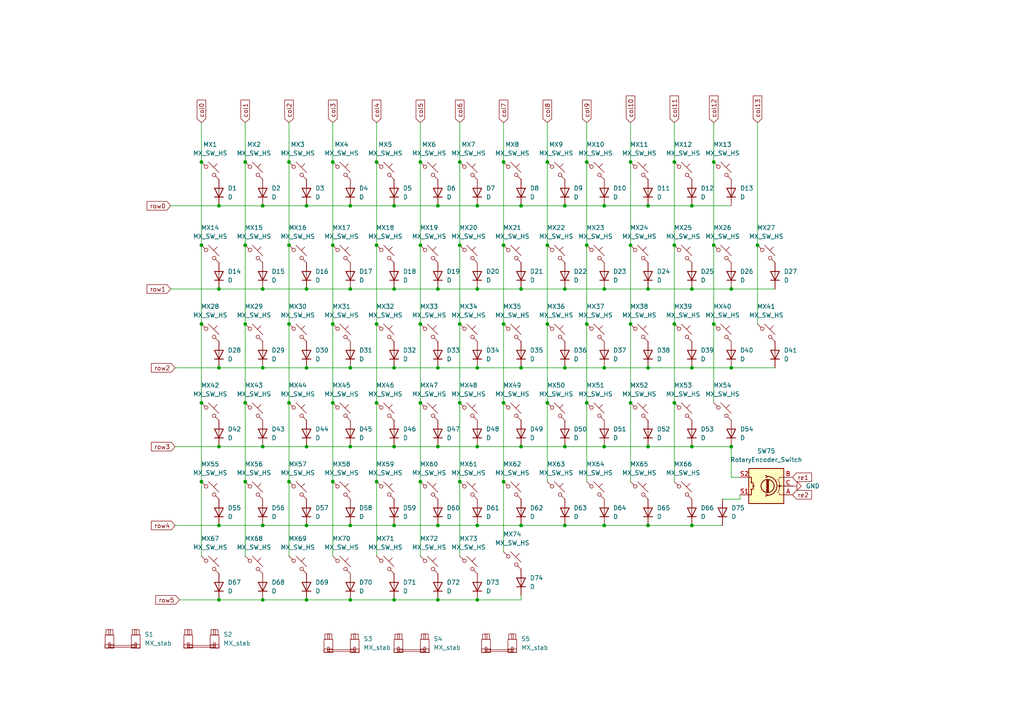
<source format=kicad_sch>
(kicad_sch (version 20250114) (generator "eeschema") (generator_version "9.0")
  (paper "A4")
  (junction (at 101.6 129.54))
  (junction (at 88.9 106.68))
  (junction (at 63.5 152.4))
  (junction (at 96.52 93.98))
  (junction (at 170.18 46.99))
  (junction (at 71.12 93.98))
  (junction (at 114.3 152.4))
  (junction (at 63.5 83.82))
  (junction (at 133.35 46.99))
  (junction (at 175.26 152.4))
  (junction (at 182.88 116.84))
  (junction (at 76.2 83.82))
  (junction (at 212.09 129.54))
  (junction (at 83.82 139.7))
  (junction (at 175.26 59.69))
  (junction (at 182.88 71.12))
  (junction (at 187.96 83.82))
  (junction (at 195.58 71.12))
  (junction (at 101.6 83.82))
  (junction (at 133.35 93.98))
  (junction (at 58.42 93.98))
  (junction (at 133.35 116.84))
  (junction (at 88.9 173.99))
  (junction (at 212.09 83.82))
  (junction (at 121.92 116.84))
  (junction (at 76.2 59.69))
  (junction (at 151.13 129.54))
  (junction (at 96.52 139.7))
  (junction (at 76.2 152.4))
  (junction (at 195.58 46.99))
  (junction (at 175.26 129.54))
  (junction (at 175.26 106.68))
  (junction (at 76.2 106.68))
  (junction (at 83.82 71.12))
  (junction (at 138.43 152.4))
  (junction (at 175.26 83.82))
  (junction (at 146.05 116.84))
  (junction (at 63.5 173.99))
  (junction (at 200.66 83.82))
  (junction (at 200.66 59.69))
  (junction (at 151.13 83.82))
  (junction (at 212.09 106.68))
  (junction (at 138.43 83.82))
  (junction (at 219.71 71.12))
  (junction (at 127 173.99))
  (junction (at 58.42 46.99))
  (junction (at 200.66 106.68))
  (junction (at 58.42 116.84))
  (junction (at 151.13 59.69))
  (junction (at 114.3 59.69))
  (junction (at 170.18 71.12))
  (junction (at 146.05 93.98))
  (junction (at 163.83 152.4))
  (junction (at 158.75 93.98))
  (junction (at 133.35 71.12))
  (junction (at 88.9 152.4))
  (junction (at 146.05 139.7))
  (junction (at 127 83.82))
  (junction (at 88.9 83.82))
  (junction (at 96.52 116.84))
  (junction (at 114.3 106.68))
  (junction (at 63.5 59.69))
  (junction (at 138.43 173.99))
  (junction (at 170.18 93.98))
  (junction (at 101.6 152.4))
  (junction (at 121.92 139.7))
  (junction (at 187.96 152.4))
  (junction (at 83.82 46.99))
  (junction (at 109.22 71.12))
  (junction (at 200.66 129.54))
  (junction (at 83.82 93.98))
  (junction (at 121.92 46.99))
  (junction (at 101.6 173.99))
  (junction (at 187.96 129.54))
  (junction (at 195.58 116.84))
  (junction (at 182.88 93.98))
  (junction (at 63.5 106.68))
  (junction (at 133.35 139.7))
  (junction (at 71.12 139.7))
  (junction (at 101.6 59.69))
  (junction (at 170.18 116.84))
  (junction (at 101.6 106.68))
  (junction (at 163.83 83.82))
  (junction (at 182.88 46.99))
  (junction (at 200.66 152.4))
  (junction (at 109.22 139.7))
  (junction (at 96.52 71.12))
  (junction (at 114.3 129.54))
  (junction (at 138.43 106.68))
  (junction (at 114.3 83.82))
  (junction (at 127 129.54))
  (junction (at 71.12 116.84))
  (junction (at 151.13 106.68))
  (junction (at 76.2 129.54))
  (junction (at 163.83 106.68))
  (junction (at 146.05 71.12))
  (junction (at 195.58 93.98))
  (junction (at 163.83 59.69))
  (junction (at 158.75 71.12))
  (junction (at 127 106.68))
  (junction (at 88.9 129.54))
  (junction (at 207.01 93.98))
  (junction (at 138.43 129.54))
  (junction (at 109.22 116.84))
  (junction (at 207.01 71.12))
  (junction (at 71.12 71.12))
  (junction (at 114.3 173.99))
  (junction (at 187.96 106.68))
  (junction (at 76.2 173.99))
  (junction (at 207.01 46.99))
  (junction (at 158.75 116.84))
  (junction (at 88.9 59.69))
  (junction (at 127 59.69))
  (junction (at 146.05 46.99))
  (junction (at 109.22 46.99))
  (junction (at 58.42 71.12))
  (junction (at 63.5 129.54))
  (junction (at 121.92 93.98))
  (junction (at 187.96 59.69))
  (junction (at 158.75 46.99))
  (junction (at 121.92 71.12))
  (junction (at 96.52 46.99))
  (junction (at 71.12 46.99))
  (junction (at 151.13 152.4))
  (junction (at 58.42 139.7))
  (junction (at 127 152.4))
  (junction (at 83.82 116.84))
  (junction (at 109.22 93.98))
  (junction (at 138.43 59.69))
  (junction (at 163.83 129.54))
  (wire (pts (xy 50.8 152.4) (xy 63.5 152.4)))
  (wire (pts (xy 50.8 129.54) (xy 63.5 129.54)))
  (wire (pts (xy 200.66 129.54) (xy 212.09 129.54)))
  (wire (pts (xy 182.88 71.12) (xy 182.88 93.98)))
  (wire (pts (xy 207.01 93.98) (xy 207.01 116.84)))
  (wire (pts (xy 187.96 83.82) (xy 200.66 83.82)))
  (wire (pts (xy 219.71 71.12) (xy 219.71 93.98)))
  (wire (pts (xy 71.12 139.7) (xy 71.12 161.29)))
  (wire (pts (xy 146.05 46.99) (xy 146.05 71.12)))
  (wire (pts (xy 163.83 83.82) (xy 175.26 83.82)))
  (wire (pts (xy 182.88 93.98) (xy 182.88 116.84)))
  (wire (pts (xy 187.96 59.69) (xy 200.66 59.69)))
  (wire (pts (xy 127 83.82) (xy 138.43 83.82)))
  (wire (pts (xy 212.09 106.68) (xy 224.79 106.68)))
  (wire (pts (xy 58.42 116.84) (xy 58.42 139.7)))
  (wire (pts (xy 187.96 152.4) (xy 200.66 152.4)))
  (wire (pts (xy 151.13 152.4) (xy 163.83 152.4)))
  (wire (pts (xy 121.92 116.84) (xy 121.92 139.7)))
  (wire (pts (xy 151.13 106.68) (xy 163.83 106.68)))
  (wire (pts (xy 170.18 71.12) (xy 170.18 93.98)))
  (wire (pts (xy 71.12 93.98) (xy 71.12 116.84)))
  (wire (pts (xy 182.88 35.56) (xy 182.88 46.99)))
  (wire (pts (xy 195.58 116.84) (xy 195.58 139.7)))
  (wire (pts (xy 170.18 116.84) (xy 170.18 139.7)))
  (wire (pts (xy 138.43 173.99) (xy 151.13 173.99)))
  (wire (pts (xy 163.83 59.69) (xy 175.26 59.69)))
  (wire (pts (xy 170.18 35.56) (xy 170.18 46.99)))
  (wire (pts (xy 101.6 83.82) (xy 114.3 83.82)))
  (wire (pts (xy 175.26 106.68) (xy 187.96 106.68)))
  (wire (pts (xy 127 173.99) (xy 138.43 173.99)))
  (wire (pts (xy 158.75 46.99) (xy 158.75 71.12)))
  (wire (pts (xy 71.12 35.56) (xy 71.12 46.99)))
  (wire (pts (xy 133.35 71.12) (xy 133.35 93.98)))
  (wire (pts (xy 83.82 35.56) (xy 83.82 46.99)))
  (wire (pts (xy 209.55 144.78) (xy 214.63 144.78)))
  (wire (pts (xy 212.09 129.54) (xy 212.09 138.43)))
  (wire (pts (xy 96.52 35.56) (xy 96.52 46.99)))
  (wire (pts (xy 212.09 138.43) (xy 214.63 138.43)))
  (wire (pts (xy 63.5 152.4) (xy 76.2 152.4)))
  (wire (pts (xy 63.5 83.82) (xy 76.2 83.82)))
  (wire (pts (xy 195.58 93.98) (xy 195.58 116.84)))
  (wire (pts (xy 49.53 59.69) (xy 63.5 59.69)))
  (wire (pts (xy 151.13 129.54) (xy 163.83 129.54)))
  (wire (pts (xy 114.3 152.4) (xy 127 152.4)))
  (wire (pts (xy 71.12 71.12) (xy 71.12 93.98)))
  (wire (pts (xy 158.75 35.56) (xy 158.75 46.99)))
  (wire (pts (xy 163.83 106.68) (xy 175.26 106.68)))
  (wire (pts (xy 163.83 129.54) (xy 175.26 129.54)))
  (wire (pts (xy 182.88 46.99) (xy 182.88 71.12)))
  (wire (pts (xy 175.26 83.82) (xy 187.96 83.82)))
  (wire (pts (xy 133.35 116.84) (xy 133.35 139.7)))
  (wire (pts (xy 109.22 139.7) (xy 109.22 161.29)))
  (wire (pts (xy 146.05 35.56) (xy 146.05 46.99)))
  (wire (pts (xy 76.2 173.99) (xy 88.9 173.99)))
  (wire (pts (xy 200.66 83.82) (xy 212.09 83.82)))
  (wire (pts (xy 207.01 35.56) (xy 207.01 46.99)))
  (wire (pts (xy 158.75 93.98) (xy 158.75 116.84)))
  (wire (pts (xy 109.22 35.56) (xy 109.22 46.99)))
  (wire (pts (xy 88.9 106.68) (xy 101.6 106.68)))
  (wire (pts (xy 200.66 59.69) (xy 212.09 59.69)))
  (wire (pts (xy 63.5 173.99) (xy 76.2 173.99)))
  (wire (pts (xy 207.01 46.99) (xy 207.01 71.12)))
  (wire (pts (xy 133.35 93.98) (xy 133.35 116.84)))
  (wire (pts (xy 114.3 106.68) (xy 127 106.68)))
  (wire (pts (xy 121.92 93.98) (xy 121.92 116.84)))
  (wire (pts (xy 138.43 59.69) (xy 151.13 59.69)))
  (wire (pts (xy 121.92 71.12) (xy 121.92 93.98)))
  (wire (pts (xy 163.83 152.4) (xy 175.26 152.4)))
  (wire (pts (xy 63.5 129.54) (xy 76.2 129.54)))
  (wire (pts (xy 114.3 173.99) (xy 127 173.99)))
  (wire (pts (xy 146.05 116.84) (xy 146.05 139.7)))
  (wire (pts (xy 71.12 46.99) (xy 71.12 71.12)))
  (wire (pts (xy 101.6 59.69) (xy 114.3 59.69)))
  (wire (pts (xy 83.82 93.98) (xy 83.82 116.84)))
  (wire (pts (xy 76.2 59.69) (xy 88.9 59.69)))
  (wire (pts (xy 96.52 139.7) (xy 96.52 161.29)))
  (wire (pts (xy 96.52 46.99) (xy 96.52 71.12)))
  (wire (pts (xy 121.92 35.56) (xy 121.92 46.99)))
  (wire (pts (xy 88.9 83.82) (xy 101.6 83.82)))
  (wire (pts (xy 195.58 46.99) (xy 195.58 71.12)))
  (wire (pts (xy 138.43 129.54) (xy 151.13 129.54)))
  (wire (pts (xy 58.42 139.7) (xy 58.42 161.29)))
  (wire (pts (xy 83.82 46.99) (xy 83.82 71.12)))
  (wire (pts (xy 214.63 144.78) (xy 214.63 143.51)))
  (wire (pts (xy 114.3 129.54) (xy 127 129.54)))
  (wire (pts (xy 151.13 59.69) (xy 163.83 59.69)))
  (wire (pts (xy 200.66 106.68) (xy 212.09 106.68)))
  (wire (pts (xy 127 129.54) (xy 138.43 129.54)))
  (wire (pts (xy 175.26 59.69) (xy 187.96 59.69)))
  (wire (pts (xy 76.2 83.82) (xy 88.9 83.82)))
  (wire (pts (xy 195.58 35.56) (xy 195.58 46.99)))
  (wire (pts (xy 138.43 83.82) (xy 151.13 83.82)))
  (wire (pts (xy 88.9 59.69) (xy 101.6 59.69)))
  (wire (pts (xy 170.18 46.99) (xy 170.18 71.12)))
  (wire (pts (xy 76.2 106.68) (xy 88.9 106.68)))
  (wire (pts (xy 175.26 129.54) (xy 187.96 129.54)))
  (wire (pts (xy 101.6 106.68) (xy 114.3 106.68)))
  (wire (pts (xy 96.52 71.12) (xy 96.52 93.98)))
  (wire (pts (xy 71.12 116.84) (xy 71.12 139.7)))
  (wire (pts (xy 63.5 106.68) (xy 76.2 106.68)))
  (wire (pts (xy 83.82 139.7) (xy 83.82 161.29)))
  (wire (pts (xy 219.71 35.56) (xy 219.71 71.12)))
  (wire (pts (xy 109.22 116.84) (xy 109.22 139.7)))
  (wire (pts (xy 83.82 71.12) (xy 83.82 93.98)))
  (wire (pts (xy 109.22 93.98) (xy 109.22 116.84)))
  (wire (pts (xy 151.13 83.82) (xy 163.83 83.82)))
  (wire (pts (xy 158.75 116.84) (xy 158.75 139.7)))
  (wire (pts (xy 101.6 129.54) (xy 114.3 129.54)))
  (wire (pts (xy 212.09 83.82) (xy 224.79 83.82)))
  (wire (pts (xy 114.3 59.69) (xy 127 59.69)))
  (wire (pts (xy 170.18 93.98) (xy 170.18 116.84)))
  (wire (pts (xy 52.07 173.99) (xy 63.5 173.99)))
  (wire (pts (xy 133.35 46.99) (xy 133.35 71.12)))
  (wire (pts (xy 200.66 152.4) (xy 209.55 152.4)))
  (wire (pts (xy 133.35 139.7) (xy 133.35 161.29)))
  (wire (pts (xy 127 152.4) (xy 138.43 152.4)))
  (wire (pts (xy 146.05 93.98) (xy 146.05 116.84)))
  (wire (pts (xy 50.8 106.68) (xy 63.5 106.68)))
  (wire (pts (xy 58.42 71.12) (xy 58.42 93.98)))
  (wire (pts (xy 58.42 93.98) (xy 58.42 116.84)))
  (wire (pts (xy 58.42 46.99) (xy 58.42 71.12)))
  (wire (pts (xy 151.13 173.99) (xy 151.13 172.72)))
  (wire (pts (xy 187.96 129.54) (xy 200.66 129.54)))
  (wire (pts (xy 88.9 173.99) (xy 101.6 173.99)))
  (wire (pts (xy 207.01 71.12) (xy 207.01 93.98)))
  (wire (pts (xy 182.88 116.84) (xy 182.88 139.7)))
  (wire (pts (xy 133.35 35.56) (xy 133.35 46.99)))
  (wire (pts (xy 96.52 93.98) (xy 96.52 116.84)))
  (wire (pts (xy 83.82 116.84) (xy 83.82 139.7)))
  (wire (pts (xy 187.96 106.68) (xy 200.66 106.68)))
  (wire (pts (xy 121.92 46.99) (xy 121.92 71.12)))
  (wire (pts (xy 121.92 139.7) (xy 121.92 161.29)))
  (wire (pts (xy 58.42 35.56) (xy 58.42 46.99)))
  (wire (pts (xy 101.6 152.4) (xy 114.3 152.4)))
  (wire (pts (xy 63.5 59.69) (xy 76.2 59.69)))
  (wire (pts (xy 49.53 83.82) (xy 63.5 83.82)))
  (wire (pts (xy 109.22 46.99) (xy 109.22 71.12)))
  (wire (pts (xy 76.2 129.54) (xy 88.9 129.54)))
  (wire (pts (xy 76.2 152.4) (xy 88.9 152.4)))
  (wire (pts (xy 109.22 71.12) (xy 109.22 93.98)))
  (wire (pts (xy 88.9 129.54) (xy 101.6 129.54)))
  (wire (pts (xy 158.75 71.12) (xy 158.75 93.98)))
  (wire (pts (xy 101.6 173.99) (xy 114.3 173.99)))
  (wire (pts (xy 114.3 83.82) (xy 127 83.82)))
  (wire (pts (xy 96.52 116.84) (xy 96.52 139.7)))
  (wire (pts (xy 146.05 71.12) (xy 146.05 93.98)))
  (wire (pts (xy 138.43 106.68) (xy 151.13 106.68)))
  (wire (pts (xy 195.58 71.12) (xy 195.58 93.98)))
  (wire (pts (xy 175.26 152.4) (xy 187.96 152.4)))
  (wire (pts (xy 127 59.69) (xy 138.43 59.69)))
  (wire (pts (xy 127 106.68) (xy 138.43 106.68)))
  (wire (pts (xy 146.05 139.7) (xy 146.05 160.02)))
  (wire (pts (xy 138.43 152.4) (xy 151.13 152.4)))
  (wire (pts (xy 88.9 152.4) (xy 101.6 152.4)))
  (global_label "col12" (shape input) (at 207.01 35.56 90) (property "Intersheetrefs" "${INTERSHEET_REFS}" (effects (hide yes))))
  (global_label "row0" (shape input) (at 49.53 59.69 180) (property "Intersheetrefs" "${INTERSHEET_REFS}" (effects (hide yes))))
  (global_label "col13" (shape input) (at 219.71 35.56 90) (property "Intersheetrefs" "${INTERSHEET_REFS}" (effects (hide yes))))
  (global_label "row5" (shape input) (at 52.07 173.99 180) (property "Intersheetrefs" "${INTERSHEET_REFS}" (effects (hide yes))))
  (global_label "col9" (shape input) (at 170.18 35.56 90) (property "Intersheetrefs" "${INTERSHEET_REFS}" (effects (hide yes))))
  (global_label "col5" (shape input) (at 121.92 35.56 90) (property "Intersheetrefs" "${INTERSHEET_REFS}" (effects (hide yes))))
  (global_label "col8" (shape input) (at 158.75 35.56 90) (property "Intersheetrefs" "${INTERSHEET_REFS}" (effects (hide yes))))
  (global_label "row4" (shape input) (at 50.8 152.4 180) (property "Intersheetrefs" "${INTERSHEET_REFS}" (effects (hide yes))))
  (global_label "col0" (shape input) (at 58.42 35.56 90) (property "Intersheetrefs" "${INTERSHEET_REFS}" (effects (hide yes))))
  (global_label "col6" (shape input) (at 133.35 35.56 90) (property "Intersheetrefs" "${INTERSHEET_REFS}" (effects (hide yes))))
  (global_label "col7" (shape input) (at 146.05 35.56 90) (property "Intersheetrefs" "${INTERSHEET_REFS}" (effects (hide yes))))
  (global_label "re1" (shape input) (at 229.87 138.43 0) (property "Intersheetrefs" "${INTERSHEET_REFS}" (effects (hide yes))))
  (global_label "col1" (shape input) (at 71.12 35.56 90) (property "Intersheetrefs" "${INTERSHEET_REFS}" (effects (hide yes))))
  (global_label "row1" (shape input) (at 49.53 83.82 180) (property "Intersheetrefs" "${INTERSHEET_REFS}" (effects (hide yes))))
  (global_label "row2" (shape input) (at 50.8 106.68 180) (property "Intersheetrefs" "${INTERSHEET_REFS}" (effects (hide yes))))
  (global_label "col10" (shape input) (at 182.88 35.56 90) (property "Intersheetrefs" "${INTERSHEET_REFS}" (effects (hide yes))))
  (global_label "re2" (shape input) (at 229.87 143.51 0) (property "Intersheetrefs" "${INTERSHEET_REFS}" (effects (hide yes))))
  (global_label "col3" (shape input) (at 96.52 35.56 90) (property "Intersheetrefs" "${INTERSHEET_REFS}" (effects (hide yes))))
  (global_label "row3" (shape input) (at 50.8 129.54 180) (property "Intersheetrefs" "${INTERSHEET_REFS}" (effects (hide yes))))
  (global_label "col2" (shape input) (at 83.82 35.56 90) (property "Intersheetrefs" "${INTERSHEET_REFS}" (effects (hide yes))))
  (global_label "col11" (shape input) (at 195.58 35.56 90) (property "Intersheetrefs" "${INTERSHEET_REFS}" (effects (hide yes))))
  (global_label "col4" (shape input) (at 109.22 35.56 90) (property "Intersheetrefs" "${INTERSHEET_REFS}" (effects (hide yes))))
  (symbol (lib_id "Device:D") (at 127 170.18 90) (unit 1)
    (property "Reference" "D72" (at 129.54 168.9099 90) (effects (justify right)))
    (property "Value" "D" (at 129.54 171.4499 90) (effects (justify right)))
    (property "Footprint" "Diode_SMD:D_SOD-123" (effects (hide yes)))
    (property "Description" "Diode" (effects (hide yes)))
    (property "Sim.Device" "D" (effects (hide yes)))
    (property "Sim.Pins" "1=K 2=A" (effects (hide yes)))
  )
  (symbol (lib_id "PCM_marbastlib-mx:MX_SW_HS_CPG151101S11") (at 135.89 142.24 0) (unit 1)
    (property "Reference" "MX61" (at 135.89 134.62 0))
    (property "Value" "MX_SW_HS" (at 135.89 137.16 0))
    (property "Footprint" "PCM_marbastlib-mx:SW_MX_HS_CPG151101S11_1u" (effects (hide yes)))
    (property "Description" "Push button switch, normally open, two pins, 45° tilted, Kailh CPG151101S11 for Cherry MX style switches" (effects (hide yes)))
  )
  (symbol (lib_id "PCM_marbastlib-mx:MX_SW_HS_CPG151101S11") (at 172.72 49.53 0) (unit 1)
    (property "Reference" "MX10" (at 172.72 41.91 0))
    (property "Value" "MX_SW_HS" (at 172.72 44.45 0))
    (property "Footprint" "PCM_marbastlib-mx:SW_MX_HS_CPG151101S11_1u" (effects (hide yes)))
    (property "Description" "Push button switch, normally open, two pins, 45° tilted, Kailh CPG151101S11 for Cherry MX style switches" (effects (hide yes)))
  )
  (symbol (lib_id "PCM_marbastlib-mx:MX_SW_HS_CPG151101S11") (at 148.59 142.24 0) (unit 1)
    (property "Reference" "MX62" (at 148.59 134.62 0))
    (property "Value" "MX_SW_HS" (at 148.59 137.16 0))
    (property "Footprint" "PCM_marbastlib-mx:SW_MX_HS_CPG151101S11_1u" (effects (hide yes)))
    (property "Description" "Push button switch, normally open, two pins, 45° tilted, Kailh CPG151101S11 for Cherry MX style switches" (effects (hide yes)))
  )
  (symbol (lib_id "Device:D") (at 114.3 55.88 90) (unit 1)
    (property "Reference" "D5" (at 116.84 54.6099 90) (effects (justify right)))
    (property "Value" "D" (at 116.84 57.1499 90) (effects (justify right)))
    (property "Footprint" "Diode_SMD:D_SOD-123" (effects (hide yes)))
    (property "Description" "Diode" (effects (hide yes)))
    (property "Sim.Device" "D" (effects (hide yes)))
    (property "Sim.Pins" "1=K 2=A" (effects (hide yes)))
  )
  (symbol (lib_id "PCM_marbastlib-mx:MX_SW_HS_CPG151101S11") (at 161.29 96.52 0) (unit 1)
    (property "Reference" "MX36" (at 161.29 88.9 0))
    (property "Value" "MX_SW_HS" (at 161.29 91.44 0))
    (property "Footprint" "PCM_marbastlib-mx:SW_MX_HS_CPG151101S11_1u" (effects (hide yes)))
    (property "Description" "Push button switch, normally open, two pins, 45° tilted, Kailh CPG151101S11 for Cherry MX style switches" (effects (hide yes)))
  )
  (symbol (lib_id "PCM_marbastlib-mx:MX_SW_HS_CPG151101S11") (at 148.59 96.52 0) (unit 1)
    (property "Reference" "MX35" (at 148.59 88.9 0))
    (property "Value" "MX_SW_HS" (at 148.59 91.44 0))
    (property "Footprint" "PCM_marbastlib-mx:SW_MX_HS_CPG151101S11_1u" (effects (hide yes)))
    (property "Description" "Push button switch, normally open, two pins, 45° tilted, Kailh CPG151101S11 for Cherry MX style switches" (effects (hide yes)))
  )
  (symbol (lib_id "Device:D") (at 163.83 102.87 90) (unit 1)
    (property "Reference" "D36" (at 166.37 101.5999 90) (effects (justify right)))
    (property "Value" "D" (at 166.37 104.1399 90) (effects (justify right)))
    (property "Footprint" "Diode_SMD:D_SOD-123" (effects (hide yes)))
    (property "Description" "Diode" (effects (hide yes)))
    (property "Sim.Device" "D" (effects (hide yes)))
    (property "Sim.Pins" "1=K 2=A" (effects (hide yes)))
  )
  (symbol (lib_id "Device:D") (at 138.43 170.18 90) (unit 1)
    (property "Reference" "D73" (at 140.97 168.9099 90) (effects (justify right)))
    (property "Value" "D" (at 140.97 171.4499 90) (effects (justify right)))
    (property "Footprint" "Diode_SMD:D_SOD-123" (effects (hide yes)))
    (property "Description" "Diode" (effects (hide yes)))
    (property "Sim.Device" "D" (effects (hide yes)))
    (property "Sim.Pins" "1=K 2=A" (effects (hide yes)))
  )
  (symbol (lib_id "PCM_marbastlib-mx:MX_SW_HS_CPG151101S11") (at 111.76 96.52 0) (unit 1)
    (property "Reference" "MX32" (at 111.76 88.9 0))
    (property "Value" "MX_SW_HS" (at 111.76 91.44 0))
    (property "Footprint" "PCM_marbastlib-mx:SW_MX_HS_CPG151101S11_1u" (effects (hide yes)))
    (property "Description" "Push button switch, normally open, two pins, 45° tilted, Kailh CPG151101S11 for Cherry MX style switches" (effects (hide yes)))
  )
  (symbol (lib_id "PCM_marbastlib-mx:MX_SW_HS_CPG151101S11") (at 172.72 119.38 0) (unit 1)
    (property "Reference" "MX51" (at 172.72 111.76 0))
    (property "Value" "MX_SW_HS" (at 172.72 114.3 0))
    (property "Footprint" "PCM_marbastlib-mx:SW_MX_HS_CPG151101S11_1u" (effects (hide yes)))
    (property "Description" "Push button switch, normally open, two pins, 45° tilted, Kailh CPG151101S11 for Cherry MX style switches" (effects (hide yes)))
  )
  (symbol (lib_id "Device:D") (at 187.96 148.59 90) (unit 1)
    (property "Reference" "D65" (at 190.5 147.3199 90) (effects (justify right)))
    (property "Value" "D" (at 190.5 149.8599 90) (effects (justify right)))
    (property "Footprint" "Diode_SMD:D_SOD-123" (effects (hide yes)))
    (property "Description" "Diode" (effects (hide yes)))
    (property "Sim.Device" "D" (effects (hide yes)))
    (property "Sim.Pins" "1=K 2=A" (effects (hide yes)))
  )
  (symbol (lib_id "Device:D") (at 88.9 102.87 90) (unit 1)
    (property "Reference" "D30" (at 91.44 101.5999 90) (effects (justify right)))
    (property "Value" "D" (at 91.44 104.1399 90) (effects (justify right)))
    (property "Footprint" "Diode_SMD:D_SOD-123" (effects (hide yes)))
    (property "Description" "Diode" (effects (hide yes)))
    (property "Sim.Device" "D" (effects (hide yes)))
    (property "Sim.Pins" "1=K 2=A" (effects (hide yes)))
  )
  (symbol (lib_id "Device:D") (at 76.2 170.18 90) (unit 1)
    (property "Reference" "D68" (at 78.74 168.9099 90) (effects (justify right)))
    (property "Value" "D" (at 78.74 171.4499 90) (effects (justify right)))
    (property "Footprint" "Diode_SMD:D_SOD-123" (effects (hide yes)))
    (property "Description" "Diode" (effects (hide yes)))
    (property "Sim.Device" "D" (effects (hide yes)))
    (property "Sim.Pins" "1=K 2=A" (effects (hide yes)))
  )
  (symbol (lib_id "PCM_marbastlib-mx:MX_SW_HS_CPG151101S11") (at 60.96 119.38 0) (unit 1)
    (property "Reference" "MX42" (at 60.96 111.76 0))
    (property "Value" "MX_SW_HS" (at 60.96 114.3 0))
    (property "Footprint" "PCM_marbastlib-mx:SW_MX_HS_CPG151101S11_1.75u" (effects (hide yes)))
    (property "Description" "Push button switch, normally open, two pins, 45° tilted, Kailh CPG151101S11 for Cherry MX style switches" (effects (hide yes)))
  )
  (symbol (lib_id "PCM_marbastlib-mx:MX_SW_HS_CPG151101S11") (at 148.59 73.66 0) (unit 1)
    (property "Reference" "MX21" (at 148.59 66.04 0))
    (property "Value" "MX_SW_HS" (at 148.59 68.58 0))
    (property "Footprint" "PCM_marbastlib-mx:SW_MX_HS_CPG151101S11_1u" (effects (hide yes)))
    (property "Description" "Push button switch, normally open, two pins, 45° tilted, Kailh CPG151101S11 for Cherry MX style switches" (effects (hide yes)))
  )
  (symbol (lib_id "PCM_marbastlib-mx:MX_SW_HS_CPG151101S11") (at 60.96 163.83 0) (unit 1)
    (property "Reference" "MX67" (at 60.96 156.21 0))
    (property "Value" "MX_SW_HS" (at 60.96 158.75 0))
    (property "Footprint" "PCM_marbastlib-mx:SW_MX_HS_CPG151101S11_1.25u" (effects (hide yes)))
    (property "Description" "Push button switch, normally open, two pins, 45° tilted, Kailh CPG151101S11 for Cherry MX style switches" (effects (hide yes)))
  )
  (symbol (lib_id "PCM_marbastlib-mx:MX_SW_HS_CPG151101S11") (at 73.66 96.52 0) (unit 1)
    (property "Reference" "MX29" (at 73.66 88.9 0))
    (property "Value" "MX_SW_HS" (at 73.66 91.44 0))
    (property "Footprint" "PCM_marbastlib-mx:SW_MX_HS_CPG151101S11_1u" (effects (hide yes)))
    (property "Description" "Push button switch, normally open, two pins, 45° tilted, Kailh CPG151101S11 for Cherry MX style switches" (effects (hide yes)))
  )
  (symbol (lib_id "Device:D") (at 101.6 102.87 90) (unit 1)
    (property "Reference" "D31" (at 104.14 101.5999 90) (effects (justify right)))
    (property "Value" "D" (at 104.14 104.1399 90) (effects (justify right)))
    (property "Footprint" "Diode_SMD:D_SOD-123" (effects (hide yes)))
    (property "Description" "Diode" (effects (hide yes)))
    (property "Sim.Device" "D" (effects (hide yes)))
    (property "Sim.Pins" "1=K 2=A" (effects (hide yes)))
  )
  (symbol (lib_id "Device:D") (at 138.43 102.87 90) (unit 1)
    (property "Reference" "D34" (at 140.97 101.5999 90) (effects (justify right)))
    (property "Value" "D" (at 140.97 104.1399 90) (effects (justify right)))
    (property "Footprint" "Diode_SMD:D_SOD-123" (effects (hide yes)))
    (property "Description" "Diode" (effects (hide yes)))
    (property "Sim.Device" "D" (effects (hide yes)))
    (property "Sim.Pins" "1=K 2=A" (effects (hide yes)))
  )
  (symbol (lib_id "Device:D") (at 127 80.01 90) (unit 1)
    (property "Reference" "D19" (at 129.54 78.7399 90) (effects (justify right)))
    (property "Value" "D" (at 129.54 81.2799 90) (effects (justify right)))
    (property "Footprint" "Diode_SMD:D_SOD-123" (effects (hide yes)))
    (property "Description" "Diode" (effects (hide yes)))
    (property "Sim.Device" "D" (effects (hide yes)))
    (property "Sim.Pins" "1=K 2=A" (effects (hide yes)))
  )
  (symbol (lib_id "PCM_marbastlib-mx:MX_SW_HS_CPG151101S11") (at 161.29 119.38 0) (unit 1)
    (property "Reference" "MX50" (at 161.29 111.76 0))
    (property "Value" "MX_SW_HS" (at 161.29 114.3 0))
    (property "Footprint" "PCM_marbastlib-mx:SW_MX_HS_CPG151101S11_1u" (effects (hide yes)))
    (property "Description" "Push button switch, normally open, two pins, 45° tilted, Kailh CPG151101S11 for Cherry MX style switches" (effects (hide yes)))
  )
  (symbol (lib_id "Device:D") (at 114.3 170.18 90) (unit 1)
    (property "Reference" "D71" (at 116.84 168.9099 90) (effects (justify right)))
    (property "Value" "D" (at 116.84 171.4499 90) (effects (justify right)))
    (property "Footprint" "Diode_SMD:D_SOD-123" (effects (hide yes)))
    (property "Description" "Diode" (effects (hide yes)))
    (property "Sim.Device" "D" (effects (hide yes)))
    (property "Sim.Pins" "1=K 2=A" (effects (hide yes)))
  )
  (symbol (lib_id "Device:D") (at 114.3 125.73 90) (unit 1)
    (property "Reference" "D46" (at 116.84 124.4599 90) (effects (justify right)))
    (property "Value" "D" (at 116.84 126.9999 90) (effects (justify right)))
    (property "Footprint" "Diode_SMD:D_SOD-123" (effects (hide yes)))
    (property "Description" "Diode" (effects (hide yes)))
    (property "Sim.Device" "D" (effects (hide yes)))
    (property "Sim.Pins" "1=K 2=A" (effects (hide yes)))
  )
  (symbol (lib_id "PCM_marbastlib-mx:MX_SW_HS_CPG151101S11") (at 99.06 163.83 0) (unit 1)
    (property "Reference" "MX70" (at 99.06 156.21 0))
    (property "Value" "MX_SW_HS" (at 99.06 158.75 0))
    (property "Footprint" "PCM_marbastlib-mx:SW_MX_HS_CPG151101S11_1u" (effects (hide yes)))
    (property "Description" "Push button switch, normally open, two pins, 45° tilted, Kailh CPG151101S11 for Cherry MX style switches" (effects (hide yes)))
  )
  (symbol (lib_id "PCM_marbastlib-mx:MX_SW_HS_CPG151101S11") (at 111.76 142.24 0) (unit 1)
    (property "Reference" "MX59" (at 111.76 134.62 0))
    (property "Value" "MX_SW_HS" (at 111.76 137.16 0))
    (property "Footprint" "PCM_marbastlib-mx:SW_MX_HS_CPG151101S11_1u" (effects (hide yes)))
    (property "Description" "Push button switch, normally open, two pins, 45° tilted, Kailh CPG151101S11 for Cherry MX style switches" (effects (hide yes)))
  )
  (symbol (lib_id "Device:D") (at 114.3 80.01 90) (unit 1)
    (property "Reference" "D18" (at 116.84 78.7399 90) (effects (justify right)))
    (property "Value" "D" (at 116.84 81.2799 90) (effects (justify right)))
    (property "Footprint" "Diode_SMD:D_SOD-123" (effects (hide yes)))
    (property "Description" "Diode" (effects (hide yes)))
    (property "Sim.Device" "D" (effects (hide yes)))
    (property "Sim.Pins" "1=K 2=A" (effects (hide yes)))
  )
  (symbol (lib_id "Device:D") (at 200.66 148.59 90) (unit 1)
    (property "Reference" "D66" (at 203.2 147.3199 90) (effects (justify right)))
    (property "Value" "D" (at 203.2 149.8599 90) (effects (justify right)))
    (property "Footprint" "Diode_SMD:D_SOD-123" (effects (hide yes)))
    (property "Description" "Diode" (effects (hide yes)))
    (property "Sim.Device" "D" (effects (hide yes)))
    (property "Sim.Pins" "1=K 2=A" (effects (hide yes)))
  )
  (symbol (lib_id "PCM_marbastlib-mx:MX_SW_HS_CPG151101S11") (at 172.72 73.66 0) (unit 1)
    (property "Reference" "MX23" (at 172.72 66.04 0))
    (property "Value" "MX_SW_HS" (at 172.72 68.58 0))
    (property "Footprint" "PCM_marbastlib-mx:SW_MX_HS_CPG151101S11_1u" (effects (hide yes)))
    (property "Description" "Push button switch, normally open, two pins, 45° tilted, Kailh CPG151101S11 for Cherry MX style switches" (effects (hide yes)))
  )
  (symbol (lib_id "Device:D") (at 63.5 170.18 90) (unit 1)
    (property "Reference" "D67" (at 66.04 168.9099 90) (effects (justify right)))
    (property "Value" "D" (at 66.04 171.4499 90) (effects (justify right)))
    (property "Footprint" "Diode_SMD:D_SOD-123" (effects (hide yes)))
    (property "Description" "Diode" (effects (hide yes)))
    (property "Sim.Device" "D" (effects (hide yes)))
    (property "Sim.Pins" "1=K 2=A" (effects (hide yes)))
  )
  (symbol (lib_id "Device:D") (at 212.09 125.73 90) (unit 1)
    (property "Reference" "D54" (at 214.63 124.4599 90) (effects (justify right)))
    (property "Value" "D" (at 214.63 126.9999 90) (effects (justify right)))
    (property "Footprint" "Diode_SMD:D_SOD-123" (effects (hide yes)))
    (property "Description" "Diode" (effects (hide yes)))
    (property "Sim.Device" "D" (effects (hide yes)))
    (property "Sim.Pins" "1=K 2=A" (effects (hide yes)))
  )
  (symbol (lib_id "PCM_marbastlib-mx:MX_SW_HS_CPG151101S11") (at 124.46 119.38 0) (unit 1)
    (property "Reference" "MX47" (at 124.46 111.76 0))
    (property "Value" "MX_SW_HS" (at 124.46 114.3 0))
    (property "Footprint" "PCM_marbastlib-mx:SW_MX_HS_CPG151101S11_1u" (effects (hide yes)))
    (property "Description" "Push button switch, normally open, two pins, 45° tilted, Kailh CPG151101S11 for Cherry MX style switches" (effects (hide yes)))
  )
  (symbol (lib_id "PCM_marbastlib-mx:MX_SW_HS_CPG151101S11") (at 185.42 142.24 0) (unit 1)
    (property "Reference" "MX65" (at 185.42 134.62 0))
    (property "Value" "MX_SW_HS" (at 185.42 137.16 0))
    (property "Footprint" "PCM_marbastlib-mx:SW_MX_HS_CPG151101S11_1u" (effects (hide yes)))
    (property "Description" "Push button switch, normally open, two pins, 45° tilted, Kailh CPG151101S11 for Cherry MX style switches" (effects (hide yes)))
  )
  (symbol (lib_id "Device:D") (at 175.26 102.87 90) (unit 1)
    (property "Reference" "D37" (at 177.8 101.5999 90) (effects (justify right)))
    (property "Value" "D" (at 177.8 104.1399 90) (effects (justify right)))
    (property "Footprint" "Diode_SMD:D_SOD-123" (effects (hide yes)))
    (property "Description" "Diode" (effects (hide yes)))
    (property "Sim.Device" "D" (effects (hide yes)))
    (property "Sim.Pins" "1=K 2=A" (effects (hide yes)))
  )
  (symbol (lib_id "Device:D") (at 200.66 125.73 90) (unit 1)
    (property "Reference" "D53" (at 203.2 124.4599 90) (effects (justify right)))
    (property "Value" "D" (at 203.2 126.9999 90) (effects (justify right)))
    (property "Footprint" "Diode_SMD:D_SOD-123" (effects (hide yes)))
    (property "Description" "Diode" (effects (hide yes)))
    (property "Sim.Device" "D" (effects (hide yes)))
    (property "Sim.Pins" "1=K 2=A" (effects (hide yes)))
  )
  (symbol (lib_id "PCM_marbastlib-mx:MX_SW_HS_CPG151101S11") (at 185.42 96.52 0) (unit 1)
    (property "Reference" "MX38" (at 185.42 88.9 0))
    (property "Value" "MX_SW_HS" (at 185.42 91.44 0))
    (property "Footprint" "PCM_marbastlib-mx:SW_MX_HS_CPG151101S11_1u" (effects (hide yes)))
    (property "Description" "Push button switch, normally open, two pins, 45° tilted, Kailh CPG151101S11 for Cherry MX style switches" (effects (hide yes)))
  )
  (symbol (lib_id "Device:D") (at 63.5 102.87 90) (unit 1)
    (property "Reference" "D28" (at 66.04 101.5999 90) (effects (justify right)))
    (property "Value" "D" (at 66.04 104.1399 90) (effects (justify right)))
    (property "Footprint" "Diode_SMD:D_SOD-123" (effects (hide yes)))
    (property "Description" "Diode" (effects (hide yes)))
    (property "Sim.Device" "D" (effects (hide yes)))
    (property "Sim.Pins" "1=K 2=A" (effects (hide yes)))
  )
  (symbol (lib_id "Device:D") (at 163.83 125.73 90) (unit 1)
    (property "Reference" "D50" (at 166.37 124.4599 90) (effects (justify right)))
    (property "Value" "D" (at 166.37 126.9999 90) (effects (justify right)))
    (property "Footprint" "Diode_SMD:D_SOD-123" (effects (hide yes)))
    (property "Description" "Diode" (effects (hide yes)))
    (property "Sim.Device" "D" (effects (hide yes)))
    (property "Sim.Pins" "1=K 2=A" (effects (hide yes)))
  )
  (symbol (lib_id "Device:D") (at 127 125.73 90) (unit 1)
    (property "Reference" "D47" (at 129.54 124.4599 90) (effects (justify right)))
    (property "Value" "D" (at 129.54 126.9999 90) (effects (justify right)))
    (property "Footprint" "Diode_SMD:D_SOD-123" (effects (hide yes)))
    (property "Description" "Diode" (effects (hide yes)))
    (property "Sim.Device" "D" (effects (hide yes)))
    (property "Sim.Pins" "1=K 2=A" (effects (hide yes)))
  )
  (symbol (lib_id "Device:D") (at 101.6 170.18 90) (unit 1)
    (property "Reference" "D70" (at 104.14 168.9099 90) (effects (justify right)))
    (property "Value" "D" (at 104.14 171.4499 90) (effects (justify right)))
    (property "Footprint" "Diode_SMD:D_SOD-123" (effects (hide yes)))
    (property "Description" "Diode" (effects (hide yes)))
    (property "Sim.Device" "D" (effects (hide yes)))
    (property "Sim.Pins" "1=K 2=A" (effects (hide yes)))
  )
  (symbol (lib_id "Device:D") (at 224.79 102.87 90) (unit 1)
    (property "Reference" "D41" (at 227.33 101.5999 90) (effects (justify right)))
    (property "Value" "D" (at 227.33 104.1399 90) (effects (justify right)))
    (property "Footprint" "Diode_SMD:D_SOD-123" (effects (hide yes)))
    (property "Description" "Diode" (effects (hide yes)))
    (property "Sim.Device" "D" (effects (hide yes)))
    (property "Sim.Pins" "1=K 2=A" (effects (hide yes)))
  )
  (symbol (lib_id "PCM_marbastlib-mx:MX_SW_HS_CPG151101S11") (at 111.76 73.66 0) (unit 1)
    (property "Reference" "MX18" (at 111.76 66.04 0))
    (property "Value" "MX_SW_HS" (at 111.76 68.58 0))
    (property "Footprint" "PCM_marbastlib-mx:SW_MX_HS_CPG151101S11_1u" (effects (hide yes)))
    (property "Description" "Push button switch, normally open, two pins, 45° tilted, Kailh CPG151101S11 for Cherry MX style switches" (effects (hide yes)))
  )
  (symbol (lib_id "Device:D") (at 212.09 55.88 90) (unit 1)
    (property "Reference" "D13" (at 214.63 54.6099 90) (effects (justify right)))
    (property "Value" "D" (at 214.63 57.1499 90) (effects (justify right)))
    (property "Footprint" "Diode_SMD:D_SOD-123" (effects (hide yes)))
    (property "Description" "Diode" (effects (hide yes)))
    (property "Sim.Device" "D" (effects (hide yes)))
    (property "Sim.Pins" "1=K 2=A" (effects (hide yes)))
  )
  (symbol (lib_id "PCM_marbastlib-mx:MX_SW_HS_CPG151101S11") (at 185.42 73.66 0) (unit 1)
    (property "Reference" "MX24" (at 185.42 66.04 0))
    (property "Value" "MX_SW_HS" (at 185.42 68.58 0))
    (property "Footprint" "PCM_marbastlib-mx:SW_MX_HS_CPG151101S11_1u" (effects (hide yes)))
    (property "Description" "Push button switch, normally open, two pins, 45° tilted, Kailh CPG151101S11 for Cherry MX style switches" (effects (hide yes)))
  )
  (symbol (lib_id "PCM_marbastlib-mx:MX_SW_HS_CPG151101S11") (at 185.42 49.53 0) (unit 1)
    (property "Reference" "MX11" (at 185.42 41.91 0))
    (property "Value" "MX_SW_HS" (at 185.42 44.45 0))
    (property "Footprint" "PCM_marbastlib-mx:SW_MX_HS_CPG151101S11_1u" (effects (hide yes)))
    (property "Description" "Push button switch, normally open, two pins, 45° tilted, Kailh CPG151101S11 for Cherry MX style switches" (effects (hide yes)))
  )
  (symbol (lib_id "Device:D") (at 76.2 55.88 90) (unit 1)
    (property "Reference" "D2" (at 78.74 54.6099 90) (effects (justify right)))
    (property "Value" "D" (at 78.74 57.1499 90) (effects (justify right)))
    (property "Footprint" "Diode_SMD:D_SOD-123" (effects (hide yes)))
    (property "Description" "Diode" (effects (hide yes)))
    (property "Sim.Device" "D" (effects (hide yes)))
    (property "Sim.Pins" "1=K 2=A" (effects (hide yes)))
  )
  (symbol (lib_id "PCM_marbastlib-mx:MX_SW_HS_CPG151101S11") (at 124.46 142.24 0) (unit 1)
    (property "Reference" "MX60" (at 124.46 134.62 0))
    (property "Value" "MX_SW_HS" (at 124.46 137.16 0))
    (property "Footprint" "PCM_marbastlib-mx:SW_MX_HS_CPG151101S11_1u" (effects (hide yes)))
    (property "Description" "Push button switch, normally open, two pins, 45° tilted, Kailh CPG151101S11 for Cherry MX style switches" (effects (hide yes)))
  )
  (symbol (lib_id "Device:D") (at 88.9 80.01 90) (unit 1)
    (property "Reference" "D16" (at 91.44 78.7399 90) (effects (justify right)))
    (property "Value" "D" (at 91.44 81.2799 90) (effects (justify right)))
    (property "Footprint" "Diode_SMD:D_SOD-123" (effects (hide yes)))
    (property "Description" "Diode" (effects (hide yes)))
    (property "Sim.Device" "D" (effects (hide yes)))
    (property "Sim.Pins" "1=K 2=A" (effects (hide yes)))
  )
  (symbol (lib_id "PCM_marbastlib-mx:MX_SW_HS_CPG151101S11") (at 198.12 49.53 0) (unit 1)
    (property "Reference" "MX12" (at 198.12 41.91 0))
    (property "Value" "MX_SW_HS" (at 198.12 44.45 0))
    (property "Footprint" "PCM_marbastlib-mx:SW_MX_HS_CPG151101S11_1u" (effects (hide yes)))
    (property "Description" "Push button switch, normally open, two pins, 45° tilted, Kailh CPG151101S11 for Cherry MX style switches" (effects (hide yes)))
  )
  (symbol (lib_id "PCM_marbastlib-mx:MX_SW_HS_CPG151101S11") (at 111.76 163.83 0) (unit 1)
    (property "Reference" "MX71" (at 111.76 156.21 0))
    (property "Value" "MX_SW_HS" (at 111.76 158.75 0))
    (property "Footprint" "PCM_marbastlib-mx:SW_MX_HS_CPG151101S11_1.25u" (effects (hide yes)))
    (property "Description" "Push button switch, normally open, two pins, 45° tilted, Kailh CPG151101S11 for Cherry MX style switches" (effects (hide yes)))
  )
  (symbol (lib_id "PCM_marbastlib-mx:MX_SW_HS_CPG151101S11") (at 135.89 163.83 0) (unit 1)
    (property "Reference" "MX73" (at 135.89 156.21 0))
    (property "Value" "MX_SW_HS" (at 135.89 158.75 0))
    (property "Footprint" "PCM_marbastlib-mx:SW_MX_HS_CPG151101S11_1.25u" (effects (hide yes)))
    (property "Description" "Push button switch, normally open, two pins, 45° tilted, Kailh CPG151101S11 for Cherry MX style switches" (effects (hide yes)))
  )
  (symbol (lib_id "Device:D") (at 175.26 125.73 90) (unit 1)
    (property "Reference" "D51" (at 177.8 124.4599 90) (effects (justify right)))
    (property "Value" "D" (at 177.8 126.9999 90) (effects (justify right)))
    (property "Footprint" "Diode_SMD:D_SOD-123" (effects (hide yes)))
    (property "Description" "Diode" (effects (hide yes)))
    (property "Sim.Device" "D" (effects (hide yes)))
    (property "Sim.Pins" "1=K 2=A" (effects (hide yes)))
  )
  (symbol (lib_id "Device:D") (at 175.26 55.88 90) (unit 1)
    (property "Reference" "D10" (at 177.8 54.6099 90) (effects (justify right)))
    (property "Value" "D" (at 177.8 57.1499 90) (effects (justify right)))
    (property "Footprint" "Diode_SMD:D_SOD-123" (effects (hide yes)))
    (property "Description" "Diode" (effects (hide yes)))
    (property "Sim.Device" "D" (effects (hide yes)))
    (property "Sim.Pins" "1=K 2=A" (effects (hide yes)))
  )
  (symbol (lib_id "PCM_marbastlib-mx:MX_SW_HS_CPG151101S11") (at 161.29 142.24 0) (unit 1)
    (property "Reference" "MX63" (at 161.29 134.62 0))
    (property "Value" "MX_SW_HS" (at 161.29 137.16 0))
    (property "Footprint" "PCM_marbastlib-mx:SW_MX_HS_CPG151101S11_1u" (effects (hide yes)))
    (property "Description" "Push button switch, normally open, two pins, 45° tilted, Kailh CPG151101S11 for Cherry MX style switches" (effects (hide yes)))
  )
  (symbol (lib_id "Device:D") (at 63.5 55.88 90) (unit 1)
    (property "Reference" "D1" (at 66.04 54.6099 90) (effects (justify right)))
    (property "Value" "D" (at 66.04 57.1499 90) (effects (justify right)))
    (property "Footprint" "Diode_SMD:D_SOD-123" (effects (hide yes)))
    (property "Description" "Diode" (effects (hide yes)))
    (property "Sim.Device" "D" (effects (hide yes)))
    (property "Sim.Pins" "1=K 2=A" (effects (hide yes)))
  )
  (symbol (lib_id "PCM_marbastlib-mx:MX_SW_HS_CPG151101S11") (at 73.66 163.83 0) (unit 1)
    (property "Reference" "MX68" (at 73.66 156.21 0))
    (property "Value" "MX_SW_HS" (at 73.66 158.75 0))
    (property "Footprint" "PCM_marbastlib-mx:SW_MX_HS_CPG151101S11_1.25u" (effects (hide yes)))
    (property "Description" "Push button switch, normally open, two pins, 45° tilted, Kailh CPG151101S11 for Cherry MX style switches" (effects (hide yes)))
  )
  (symbol (lib_id "Device:D") (at 127 102.87 90) (unit 1)
    (property "Reference" "D33" (at 129.54 101.5999 90) (effects (justify right)))
    (property "Value" "D" (at 129.54 104.1399 90) (effects (justify right)))
    (property "Footprint" "Diode_SMD:D_SOD-123" (effects (hide yes)))
    (property "Description" "Diode" (effects (hide yes)))
    (property "Sim.Device" "D" (effects (hide yes)))
    (property "Sim.Pins" "1=K 2=A" (effects (hide yes)))
  )
  (symbol (lib_id "PCM_marbastlib-mx:MX_SW_HS_CPG151101S11") (at 60.96 96.52 0) (unit 1)
    (property "Reference" "MX28" (at 60.96 88.9 0))
    (property "Value" "MX_SW_HS" (at 60.96 91.44 0))
    (property "Footprint" "PCM_marbastlib-mx:SW_MX_HS_CPG151101S11_1.5u" (effects (hide yes)))
    (property "Description" "Push button switch, normally open, two pins, 45° tilted, Kailh CPG151101S11 for Cherry MX style switches" (effects (hide yes)))
  )
  (symbol (lib_id "PCM_marbastlib-mx:MX_SW_HS_CPG151101S11") (at 198.12 142.24 0) (unit 1)
    (property "Reference" "MX66" (at 198.12 134.62 0))
    (property "Value" "MX_SW_HS" (at 198.12 137.16 0))
    (property "Footprint" "PCM_marbastlib-mx:SW_MX_HS_CPG151101S11_1u" (effects (hide yes)))
    (property "Description" "Push button switch, normally open, two pins, 45° tilted, Kailh CPG151101S11 for Cherry MX style switches" (effects (hide yes)))
  )
  (symbol (lib_id "Device:D") (at 151.13 102.87 90) (unit 1)
    (property "Reference" "D35" (at 153.67 101.5999 90) (effects (justify right)))
    (property "Value" "D" (at 153.67 104.1399 90) (effects (justify right)))
    (property "Footprint" "Diode_SMD:D_SOD-123" (effects (hide yes)))
    (property "Description" "Diode" (effects (hide yes)))
    (property "Sim.Device" "D" (effects (hide yes)))
    (property "Sim.Pins" "1=K 2=A" (effects (hide yes)))
  )
  (symbol (lib_id "PCM_marbastlib-mx:MX_SW_HS_CPG151101S11") (at 124.46 49.53 0) (unit 1)
    (property "Reference" "MX6" (at 124.46 41.91 0))
    (property "Value" "MX_SW_HS" (at 124.46 44.45 0))
    (property "Footprint" "PCM_marbastlib-mx:SW_MX_HS_CPG151101S11_1u" (effects (hide yes)))
    (property "Description" "Push button switch, normally open, two pins, 45° tilted, Kailh CPG151101S11 for Cherry MX style switches" (effects (hide yes)))
  )
  (symbol (lib_id "Device:D") (at 212.09 102.87 90) (unit 1)
    (property "Reference" "D40" (at 214.63 101.5999 90) (effects (justify right)))
    (property "Value" "D" (at 214.63 104.1399 90) (effects (justify right)))
    (property "Footprint" "Diode_SMD:D_SOD-123" (effects (hide yes)))
    (property "Description" "Diode" (effects (hide yes)))
    (property "Sim.Device" "D" (effects (hide yes)))
    (property "Sim.Pins" "1=K 2=A" (effects (hide yes)))
  )
  (symbol (lib_id "Device:D") (at 175.26 80.01 90) (unit 1)
    (property "Reference" "D23" (at 177.8 78.7399 90) (effects (justify right)))
    (property "Value" "D" (at 177.8 81.2799 90) (effects (justify right)))
    (property "Footprint" "Diode_SMD:D_SOD-123" (effects (hide yes)))
    (property "Description" "Diode" (effects (hide yes)))
    (property "Sim.Device" "D" (effects (hide yes)))
    (property "Sim.Pins" "1=K 2=A" (effects (hide yes)))
  )
  (symbol (lib_id "PCM_marbastlib-mx:MX_SW_HS_CPG151101S11") (at 198.12 96.52 0) (unit 1)
    (property "Reference" "MX39" (at 198.12 88.9 0))
    (property "Value" "MX_SW_HS" (at 198.12 91.44 0))
    (property "Footprint" "PCM_marbastlib-mx:SW_MX_HS_CPG151101S11_1u" (effects (hide yes)))
    (property "Description" "Push button switch, normally open, two pins, 45° tilted, Kailh CPG151101S11 for Cherry MX style switches" (effects (hide yes)))
  )
  (symbol (lib_id "PCM_marbastlib-mx:MX_SW_HS_CPG151101S11") (at 99.06 119.38 0) (unit 1)
    (property "Reference" "MX45" (at 99.06 111.76 0))
    (property "Value" "MX_SW_HS" (at 99.06 114.3 0))
    (property "Footprint" "PCM_marbastlib-mx:SW_MX_HS_CPG151101S11_1u" (effects (hide yes)))
    (property "Description" "Push button switch, normally open, two pins, 45° tilted, Kailh CPG151101S11 for Cherry MX style switches" (effects (hide yes)))
  )
  (symbol (lib_id "Device:D") (at 200.66 80.01 90) (unit 1)
    (property "Reference" "D25" (at 203.2 78.7399 90) (effects (justify right)))
    (property "Value" "D" (at 203.2 81.2799 90) (effects (justify right)))
    (property "Footprint" "Diode_SMD:D_SOD-123" (effects (hide yes)))
    (property "Description" "Diode" (effects (hide yes)))
    (property "Sim.Device" "D" (effects (hide yes)))
    (property "Sim.Pins" "1=K 2=A" (effects (hide yes)))
  )
  (symbol (lib_id "PCM_marbastlib-mx:MX_SW_HS_CPG151101S11") (at 73.66 73.66 0) (unit 1)
    (property "Reference" "MX15" (at 73.66 66.04 0))
    (property "Value" "MX_SW_HS" (at 73.66 68.58 0))
    (property "Footprint" "PCM_marbastlib-mx:SW_MX_HS_CPG151101S11_1u" (effects (hide yes)))
    (property "Description" "Push button switch, normally open, two pins, 45° tilted, Kailh CPG151101S11 for Cherry MX style switches" (effects (hide yes)))
  )
  (symbol (lib_id "PCM_marbastlib-mx:MX_SW_HS_CPG151101S11") (at 86.36 73.66 0) (unit 1)
    (property "Reference" "MX16" (at 86.36 66.04 0))
    (property "Value" "MX_SW_HS" (at 86.36 68.58 0))
    (property "Footprint" "PCM_marbastlib-mx:SW_MX_HS_CPG151101S11_1u" (effects (hide yes)))
    (property "Description" "Push button switch, normally open, two pins, 45° tilted, Kailh CPG151101S11 for Cherry MX style switches" (effects (hide yes)))
  )
  (symbol (lib_id "Device:D") (at 200.66 102.87 90) (unit 1)
    (property "Reference" "D39" (at 203.2 101.5999 90) (effects (justify right)))
    (property "Value" "D" (at 203.2 104.1399 90) (effects (justify right)))
    (property "Footprint" "Diode_SMD:D_SOD-123" (effects (hide yes)))
    (property "Description" "Diode" (effects (hide yes)))
    (property "Sim.Device" "D" (effects (hide yes)))
    (property "Sim.Pins" "1=K 2=A" (effects (hide yes)))
  )
  (symbol (lib_id "PCM_marbastlib-mx:MX_SW_HS_CPG151101S11") (at 86.36 119.38 0) (unit 1)
    (property "Reference" "MX44" (at 86.36 111.76 0))
    (property "Value" "MX_SW_HS" (at 86.36 114.3 0))
    (property "Footprint" "PCM_marbastlib-mx:SW_MX_HS_CPG151101S11_1u" (effects (hide yes)))
    (property "Description" "Push button switch, normally open, two pins, 45° tilted, Kailh CPG151101S11 for Cherry MX style switches" (effects (hide yes)))
  )
  (symbol (lib_id "PCM_marbastlib-mx:MX_SW_HS_CPG151101S11") (at 209.55 96.52 0) (unit 1)
    (property "Reference" "MX40" (at 209.55 88.9 0))
    (property "Value" "MX_SW_HS" (at 209.55 91.44 0))
    (property "Footprint" "PCM_marbastlib-mx:SW_MX_HS_CPG151101S11_1u" (effects (hide yes)))
    (property "Description" "Push button switch, normally open, two pins, 45° tilted, Kailh CPG151101S11 for Cherry MX style switches" (effects (hide yes)))
  )
  (symbol (lib_id "Device:D") (at 138.43 148.59 90) (unit 1)
    (property "Reference" "D61" (at 140.97 147.3199 90) (effects (justify right)))
    (property "Value" "D" (at 140.97 149.8599 90) (effects (justify right)))
    (property "Footprint" "Diode_SMD:D_SOD-123" (effects (hide yes)))
    (property "Description" "Diode" (effects (hide yes)))
    (property "Sim.Device" "D" (effects (hide yes)))
    (property "Sim.Pins" "1=K 2=A" (effects (hide yes)))
  )
  (symbol (lib_id "Device:D") (at 187.96 102.87 90) (unit 1)
    (property "Reference" "D38" (at 190.5 101.5999 90) (effects (justify right)))
    (property "Value" "D" (at 190.5 104.1399 90) (effects (justify right)))
    (property "Footprint" "Diode_SMD:D_SOD-123" (effects (hide yes)))
    (property "Description" "Diode" (effects (hide yes)))
    (property "Sim.Device" "D" (effects (hide yes)))
    (property "Sim.Pins" "1=K 2=A" (effects (hide yes)))
  )
  (symbol (lib_id "Device:D") (at 187.96 80.01 90) (unit 1)
    (property "Reference" "D24" (at 190.5 78.7399 90) (effects (justify right)))
    (property "Value" "D" (at 190.5 81.2799 90) (effects (justify right)))
    (property "Footprint" "Diode_SMD:D_SOD-123" (effects (hide yes)))
    (property "Description" "Diode" (effects (hide yes)))
    (property "Sim.Device" "D" (effects (hide yes)))
    (property "Sim.Pins" "1=K 2=A" (effects (hide yes)))
  )
  (symbol (lib_id "Device:D") (at 163.83 55.88 90) (unit 1)
    (property "Reference" "D9" (at 166.37 54.6099 90) (effects (justify right)))
    (property "Value" "D" (at 166.37 57.1499 90) (effects (justify right)))
    (property "Footprint" "Diode_SMD:D_SOD-123" (effects (hide yes)))
    (property "Description" "Diode" (effects (hide yes)))
    (property "Sim.Device" "D" (effects (hide yes)))
    (property "Sim.Pins" "1=K 2=A" (effects (hide yes)))
  )
  (symbol (lib_id "PCM_marbastlib-mx:MX_stab") (at 58.42 185.42 0) (unit 1)
    (property "Reference" "S2" (at 64.77 184.0229 0) (effects (justify left)))
    (property "Value" "MX_stab" (at 64.77 186.5629 0) (effects (justify left)))
    (property "Footprint" "PCM_marbastlib-mx:STAB_MX_P_2u" (effects (hide yes)))
    (property "Description" "Cherry MX-style stabilizer" (effects (hide yes)))
  )
  (symbol (lib_id "Device:D") (at 76.2 125.73 90) (unit 1)
    (property "Reference" "D43" (at 78.74 124.4599 90) (effects (justify right)))
    (property "Value" "D" (at 78.74 126.9999 90) (effects (justify right)))
    (property "Footprint" "Diode_SMD:D_SOD-123" (effects (hide yes)))
    (property "Description" "Diode" (effects (hide yes)))
    (property "Sim.Device" "D" (effects (hide yes)))
    (property "Sim.Pins" "1=K 2=A" (effects (hide yes)))
  )
  (symbol (lib_id "Device:D") (at 63.5 148.59 90) (unit 1)
    (property "Reference" "D55" (at 66.04 147.3199 90) (effects (justify right)))
    (property "Value" "D" (at 66.04 149.8599 90) (effects (justify right)))
    (property "Footprint" "Diode_SMD:D_SOD-123" (effects (hide yes)))
    (property "Description" "Diode" (effects (hide yes)))
    (property "Sim.Device" "D" (effects (hide yes)))
    (property "Sim.Pins" "1=K 2=A" (effects (hide yes)))
  )
  (symbol (lib_id "Device:D") (at 151.13 80.01 90) (unit 1)
    (property "Reference" "D21" (at 153.67 78.7399 90) (effects (justify right)))
    (property "Value" "D" (at 153.67 81.2799 90) (effects (justify right)))
    (property "Footprint" "Diode_SMD:D_SOD-123" (effects (hide yes)))
    (property "Description" "Diode" (effects (hide yes)))
    (property "Sim.Device" "D" (effects (hide yes)))
    (property "Sim.Pins" "1=K 2=A" (effects (hide yes)))
  )
  (symbol (lib_id "PCM_marbastlib-mx:MX_SW_HS_CPG151101S11") (at 198.12 73.66 0) (unit 1)
    (property "Reference" "MX25" (at 198.12 66.04 0))
    (property "Value" "MX_SW_HS" (at 198.12 68.58 0))
    (property "Footprint" "PCM_marbastlib-mx:SW_MX_HS_CPG151101S11_1u" (effects (hide yes)))
    (property "Description" "Push button switch, normally open, two pins, 45° tilted, Kailh CPG151101S11 for Cherry MX style switches" (effects (hide yes)))
  )
  (symbol (lib_id "Device:D") (at 127 148.59 90) (unit 1)
    (property "Reference" "D60" (at 129.54 147.3199 90) (effects (justify right)))
    (property "Value" "D" (at 129.54 149.8599 90) (effects (justify right)))
    (property "Footprint" "Diode_SMD:D_SOD-123" (effects (hide yes)))
    (property "Description" "Diode" (effects (hide yes)))
    (property "Sim.Device" "D" (effects (hide yes)))
    (property "Sim.Pins" "1=K 2=A" (effects (hide yes)))
  )
  (symbol (lib_id "PCM_marbastlib-mx:MX_SW_HS_CPG151101S11") (at 222.25 96.52 0) (unit 1)
    (property "Reference" "MX41" (at 222.25 88.9 0))
    (property "Value" "MX_SW_HS" (at 222.25 91.44 0))
    (property "Footprint" "PCM_marbastlib-mx:SW_MX_HS_CPG151101S11_1.5u" (effects (hide yes)))
    (property "Description" "Push button switch, normally open, two pins, 45° tilted, Kailh CPG151101S11 for Cherry MX style switches" (effects (hide yes)))
  )
  (symbol (lib_id "Device:D") (at 151.13 168.91 90) (unit 1)
    (property "Reference" "D74" (at 153.67 167.6399 90) (effects (justify right)))
    (property "Value" "D" (at 153.67 170.1799 90) (effects (justify right)))
    (property "Footprint" "Diode_SMD:D_SOD-123" (effects (hide yes)))
    (property "Description" "Diode" (effects (hide yes)))
    (property "Sim.Device" "D" (effects (hide yes)))
    (property "Sim.Pins" "1=K 2=A" (effects (hide yes)))
  )
  (symbol (lib_id "Device:D") (at 114.3 102.87 90) (unit 1)
    (property "Reference" "D32" (at 116.84 101.5999 90) (effects (justify right)))
    (property "Value" "D" (at 116.84 104.1399 90) (effects (justify right)))
    (property "Footprint" "Diode_SMD:D_SOD-123" (effects (hide yes)))
    (property "Description" "Diode" (effects (hide yes)))
    (property "Sim.Device" "D" (effects (hide yes)))
    (property "Sim.Pins" "1=K 2=A" (effects (hide yes)))
  )
  (symbol (lib_id "Device:D") (at 101.6 148.59 90) (unit 1)
    (property "Reference" "D58" (at 104.14 147.3199 90) (effects (justify right)))
    (property "Value" "D" (at 104.14 149.8599 90) (effects (justify right)))
    (property "Footprint" "Diode_SMD:D_SOD-123" (effects (hide yes)))
    (property "Description" "Diode" (effects (hide yes)))
    (property "Sim.Device" "D" (effects (hide yes)))
    (property "Sim.Pins" "1=K 2=A" (effects (hide yes)))
  )
  (symbol (lib_id "PCM_marbastlib-mx:MX_SW_HS_CPG151101S11") (at 73.66 142.24 0) (unit 1)
    (property "Reference" "MX56" (at 73.66 134.62 0))
    (property "Value" "MX_SW_HS" (at 73.66 137.16 0))
    (property "Footprint" "PCM_marbastlib-mx:SW_MX_HS_CPG151101S11_1u" (effects (hide yes)))
    (property "Description" "Push button switch, normally open, two pins, 45° tilted, Kailh CPG151101S11 for Cherry MX style switches" (effects (hide yes)))
  )
  (symbol (lib_id "PCM_marbastlib-mx:MX_stab") (at 119.38 186.69 0) (unit 1)
    (property "Reference" "S4" (at 125.73 185.2929 0) (effects (justify left)))
    (property "Value" "MX_stab" (at 125.73 187.8329 0) (effects (justify left)))
    (property "Footprint" "PCM_marbastlib-mx:STAB_MX_P_2.25u" (effects (hide yes)))
    (property "Description" "Cherry MX-style stabilizer" (effects (hide yes)))
  )
  (symbol (lib_id "PCM_marbastlib-mx:MX_SW_HS_CPG151101S11") (at 60.96 73.66 0) (unit 1)
    (property "Reference" "MX14" (at 60.96 66.04 0))
    (property "Value" "MX_SW_HS" (at 60.96 68.58 0))
    (property "Footprint" "PCM_marbastlib-mx:SW_MX_HS_CPG151101S11_1u" (effects (hide yes)))
    (property "Description" "Push button switch, normally open, two pins, 45° tilted, Kailh CPG151101S11 for Cherry MX style switches" (effects (hide yes)))
  )
  (symbol (lib_id "Device:D") (at 209.55 148.59 90) (unit 1)
    (property "Reference" "D75" (at 212.09 147.3199 90) (effects (justify right)))
    (property "Value" "D" (at 212.09 149.8599 90) (effects (justify right)))
    (property "Footprint" "Diode_SMD:D_SOD-123" (effects (hide yes)))
    (property "Description" "Diode" (effects (hide yes)))
    (property "Sim.Device" "D" (effects (hide yes)))
    (property "Sim.Pins" "1=K 2=A" (effects (hide yes)))
  )
  (symbol (lib_id "PCM_marbastlib-mx:MX_SW_HS_CPG151101S11") (at 60.96 142.24 0) (unit 1)
    (property "Reference" "MX55" (at 60.96 134.62 0))
    (property "Value" "MX_SW_HS" (at 60.96 137.16 0))
    (property "Footprint" "PCM_marbastlib-mx:SW_MX_HS_CPG151101S11_1u" (effects (hide yes)))
    (property "Description" "Push button switch, normally open, two pins, 45° tilted, Kailh CPG151101S11 for Cherry MX style switches" (effects (hide yes)))
  )
  (symbol (lib_id "PCM_marbastlib-mx:MX_SW_HS_CPG151101S11") (at 73.66 119.38 0) (unit 1)
    (property "Reference" "MX43" (at 73.66 111.76 0))
    (property "Value" "MX_SW_HS" (at 73.66 114.3 0))
    (property "Footprint" "PCM_marbastlib-mx:SW_MX_HS_CPG151101S11_1u" (effects (hide yes)))
    (property "Description" "Push button switch, normally open, two pins, 45° tilted, Kailh CPG151101S11 for Cherry MX style switches" (effects (hide yes)))
  )
  (symbol (lib_id "PCM_marbastlib-mx:MX_SW_HS_CPG151101S11") (at 135.89 96.52 0) (unit 1)
    (property "Reference" "MX34" (at 135.89 88.9 0))
    (property "Value" "MX_SW_HS" (at 135.89 91.44 0))
    (property "Footprint" "PCM_marbastlib-mx:SW_MX_HS_CPG151101S11_1u" (effects (hide yes)))
    (property "Description" "Push button switch, normally open, two pins, 45° tilted, Kailh CPG151101S11 for Cherry MX style switches" (effects (hide yes)))
  )
  (symbol (lib_id "Device:D") (at 138.43 125.73 90) (unit 1)
    (property "Reference" "D48" (at 140.97 124.4599 90) (effects (justify right)))
    (property "Value" "D" (at 140.97 126.9999 90) (effects (justify right)))
    (property "Footprint" "Diode_SMD:D_SOD-123" (effects (hide yes)))
    (property "Description" "Diode" (effects (hide yes)))
    (property "Sim.Device" "D" (effects (hide yes)))
    (property "Sim.Pins" "1=K 2=A" (effects (hide yes)))
  )
  (symbol (lib_id "PCM_marbastlib-mx:MX_SW_HS_CPG151101S11") (at 172.72 142.24 0) (unit 1)
    (property "Reference" "MX64" (at 172.72 134.62 0))
    (property "Value" "MX_SW_HS" (at 172.72 137.16 0))
    (property "Footprint" "PCM_marbastlib-mx:SW_MX_HS_CPG151101S11_1u" (effects (hide yes)))
    (property "Description" "Push button switch, normally open, two pins, 45° tilted, Kailh CPG151101S11 for Cherry MX style switches" (effects (hide yes)))
  )
  (symbol (lib_id "Device:D") (at 76.2 102.87 90) (unit 1)
    (property "Reference" "D29" (at 78.74 101.5999 90) (effects (justify right)))
    (property "Value" "D" (at 78.74 104.1399 90) (effects (justify right)))
    (property "Footprint" "Diode_SMD:D_SOD-123" (effects (hide yes)))
    (property "Description" "Diode" (effects (hide yes)))
    (property "Sim.Device" "D" (effects (hide yes)))
    (property "Sim.Pins" "1=K 2=A" (effects (hide yes)))
  )
  (symbol (lib_id "Device:RotaryEncoder_Switch") (at 222.25 140.97 180) (unit 1)
    (property "Reference" "SW75" (at 222.25 130.81 0))
    (property "Value" "RotaryEncoder_Switch" (at 222.25 133.35 0))
    (property "Footprint" "Rotary_Encoder:RotaryEncoder_Alps_EC11E-Switch_Vertical_H20mm_CircularMountingHoles" (effects (hide yes)))
    (property "Description" "Rotary encoder, dual channel, incremental quadrate outputs, with switch" (effects (hide yes)))
  )
  (symbol (lib_id "PCM_marbastlib-mx:MX_SW_HS_CPG151101S11") (at 161.29 49.53 0) (unit 1)
    (property "Reference" "MX9" (at 161.29 41.91 0))
    (property "Value" "MX_SW_HS" (at 161.29 44.45 0))
    (property "Footprint" "PCM_marbastlib-mx:SW_MX_HS_CPG151101S11_1u" (effects (hide yes)))
    (property "Description" "Push button switch, normally open, two pins, 45° tilted, Kailh CPG151101S11 for Cherry MX style switches" (effects (hide yes)))
  )
  (symbol (lib_id "PCM_marbastlib-mx:MX_SW_HS_CPG151101S11") (at 86.36 142.24 0) (unit 1)
    (property "Reference" "MX57" (at 86.36 134.62 0))
    (property "Value" "MX_SW_HS" (at 86.36 137.16 0))
    (property "Footprint" "PCM_marbastlib-mx:SW_MX_HS_CPG151101S11_1u" (effects (hide yes)))
    (property "Description" "Push button switch, normally open, two pins, 45° tilted, Kailh CPG151101S11 for Cherry MX style switches" (effects (hide yes)))
  )
  (symbol (lib_id "PCM_marbastlib-mx:MX_SW_HS_CPG151101S11") (at 209.55 73.66 0) (unit 1)
    (property "Reference" "MX26" (at 209.55 66.04 0))
    (property "Value" "MX_SW_HS" (at 209.55 68.58 0))
    (property "Footprint" "PCM_marbastlib-mx:SW_MX_HS_CPG151101S11_1u" (effects (hide yes)))
    (property "Description" "Push button switch, normally open, two pins, 45° tilted, Kailh CPG151101S11 for Cherry MX style switches" (effects (hide yes)))
  )
  (symbol (lib_id "PCM_marbastlib-mx:MX_SW_HS_CPG151101S11") (at 124.46 73.66 0) (unit 1)
    (property "Reference" "MX19" (at 124.46 66.04 0))
    (property "Value" "MX_SW_HS" (at 124.46 68.58 0))
    (property "Footprint" "PCM_marbastlib-mx:SW_MX_HS_CPG151101S11_1u" (effects (hide yes)))
    (property "Description" "Push button switch, normally open, two pins, 45° tilted, Kailh CPG151101S11 for Cherry MX style switches" (effects (hide yes)))
  )
  (symbol (lib_id "PCM_marbastlib-mx:MX_SW_HS_CPG151101S11") (at 135.89 49.53 0) (unit 1)
    (property "Reference" "MX7" (at 135.89 41.91 0))
    (property "Value" "MX_SW_HS" (at 135.89 44.45 0))
    (property "Footprint" "PCM_marbastlib-mx:SW_MX_HS_CPG151101S11_1u" (effects (hide yes)))
    (property "Description" "Push button switch, normally open, two pins, 45° tilted, Kailh CPG151101S11 for Cherry MX style switches" (effects (hide yes)))
  )
  (symbol (lib_id "Device:D") (at 151.13 55.88 90) (unit 1)
    (property "Reference" "D8" (at 153.67 54.6099 90) (effects (justify right)))
    (property "Value" "D" (at 153.67 57.1499 90) (effects (justify right)))
    (property "Footprint" "Diode_SMD:D_SOD-123" (effects (hide yes)))
    (property "Description" "Diode" (effects (hide yes)))
    (property "Sim.Device" "D" (effects (hide yes)))
    (property "Sim.Pins" "1=K 2=A" (effects (hide yes)))
  )
  (symbol (lib_id "Device:D") (at 101.6 80.01 90) (unit 1)
    (property "Reference" "D17" (at 104.14 78.7399 90) (effects (justify right)))
    (property "Value" "D" (at 104.14 81.2799 90) (effects (justify right)))
    (property "Footprint" "Diode_SMD:D_SOD-123" (effects (hide yes)))
    (property "Description" "Diode" (effects (hide yes)))
    (property "Sim.Device" "D" (effects (hide yes)))
    (property "Sim.Pins" "1=K 2=A" (effects (hide yes)))
  )
  (symbol (lib_id "PCM_marbastlib-mx:MX_SW_HS_CPG151101S11") (at 111.76 49.53 0) (unit 1)
    (property "Reference" "MX5" (at 111.76 41.91 0))
    (property "Value" "MX_SW_HS" (at 111.76 44.45 0))
    (property "Footprint" "PCM_marbastlib-mx:SW_MX_HS_CPG151101S11_1u" (effects (hide yes)))
    (property "Description" "Push button switch, normally open, two pins, 45° tilted, Kailh CPG151101S11 for Cherry MX style switches" (effects (hide yes)))
  )
  (symbol (lib_id "Device:D") (at 138.43 80.01 90) (unit 1)
    (property "Reference" "D20" (at 140.97 78.7399 90) (effects (justify right)))
    (property "Value" "D" (at 140.97 81.2799 90) (effects (justify right)))
    (property "Footprint" "Diode_SMD:D_SOD-123" (effects (hide yes)))
    (property "Description" "Diode" (effects (hide yes)))
    (property "Sim.Device" "D" (effects (hide yes)))
    (property "Sim.Pins" "1=K 2=A" (effects (hide yes)))
  )
  (symbol (lib_id "PCM_marbastlib-mx:MX_SW_HS_CPG151101S11") (at 185.42 119.38 0) (unit 1)
    (property "Reference" "MX52" (at 185.42 111.76 0))
    (property "Value" "MX_SW_HS" (at 185.42 114.3 0))
    (property "Footprint" "PCM_marbastlib-mx:SW_MX_HS_CPG151101S11_1u" (effects (hide yes)))
    (property "Description" "Push button switch, normally open, two pins, 45° tilted, Kailh CPG151101S11 for Cherry MX style switches" (effects (hide yes)))
  )
  (symbol (lib_id "PCM_marbastlib-mx:MX_SW_HS_CPG151101S11") (at 209.55 119.38 0) (unit 1)
    (property "Reference" "MX54" (at 209.55 111.76 0))
    (property "Value" "MX_SW_HS" (at 209.55 114.3 0))
    (property "Footprint" "PCM_marbastlib-mx:SW_MX_HS_CPG151101S11_1u" (effects (hide yes)))
    (property "Description" "Push button switch, normally open, two pins, 45° tilted, Kailh CPG151101S11 for Cherry MX style switches" (effects (hide yes)))
  )
  (symbol (lib_id "PCM_marbastlib-mx:MX_SW_HS_CPG151101S11") (at 99.06 96.52 0) (unit 1)
    (property "Reference" "MX31" (at 99.06 88.9 0))
    (property "Value" "MX_SW_HS" (at 99.06 91.44 0))
    (property "Footprint" "PCM_marbastlib-mx:SW_MX_HS_CPG151101S11_1u" (effects (hide yes)))
    (property "Description" "Push button switch, normally open, two pins, 45° tilted, Kailh CPG151101S11 for Cherry MX style switches" (effects (hide yes)))
  )
  (symbol (lib_id "Device:D") (at 101.6 125.73 90) (unit 1)
    (property "Reference" "D45" (at 104.14 124.4599 90) (effects (justify right)))
    (property "Value" "D" (at 104.14 126.9999 90) (effects (justify right)))
    (property "Footprint" "Diode_SMD:D_SOD-123" (effects (hide yes)))
    (property "Description" "Diode" (effects (hide yes)))
    (property "Sim.Device" "D" (effects (hide yes)))
    (property "Sim.Pins" "1=K 2=A" (effects (hide yes)))
  )
  (symbol (lib_id "Device:D") (at 151.13 148.59 90) (unit 1)
    (property "Reference" "D62" (at 153.67 147.3199 90) (effects (justify right)))
    (property "Value" "D" (at 153.67 149.8599 90) (effects (justify right)))
    (property "Footprint" "Diode_SMD:D_SOD-123" (effects (hide yes)))
    (property "Description" "Diode" (effects (hide yes)))
    (property "Sim.Device" "D" (effects (hide yes)))
    (property "Sim.Pins" "1=K 2=A" (effects (hide yes)))
  )
  (symbol (lib_id "PCM_marbastlib-mx:MX_SW_HS_CPG151101S11") (at 222.25 73.66 0) (unit 1)
    (property "Reference" "MX27" (at 222.25 66.04 0))
    (property "Value" "MX_SW_HS" (at 222.25 68.58 0))
    (property "Footprint" "PCM_marbastlib-mx:SW_MX_HS_CPG151101S11_1u" (effects (hide yes)))
    (property "Description" "Push button switch, normally open, two pins, 45° tilted, Kailh CPG151101S11 for Cherry MX style switches" (effects (hide yes)))
  )
  (symbol (lib_id "PCM_marbastlib-mx:MX_stab") (at 144.78 186.69 0) (unit 1)
    (property "Reference" "S5" (at 151.13 185.2929 0) (effects (justify left)))
    (property "Value" "MX_stab" (at 151.13 187.8329 0) (effects (justify left)))
    (property "Footprint" "PCM_marbastlib-mx:STAB_MX_P_2.75u" (effects (hide yes)))
    (property "Description" "Cherry MX-style stabilizer" (effects (hide yes)))
  )
  (symbol (lib_id "PCM_marbastlib-mx:MX_SW_HS_CPG151101S11") (at 60.96 49.53 0) (unit 1)
    (property "Reference" "MX1" (at 60.96 41.91 0))
    (property "Value" "MX_SW_HS" (at 60.96 44.45 0))
    (property "Footprint" "PCM_marbastlib-mx:SW_MX_HS_CPG151101S11_1u" (effects (hide yes)))
    (property "Description" "Push button switch, normally open, two pins, 45° tilted, Kailh CPG151101S11 for Cherry MX style switches" (effects (hide yes)))
  )
  (symbol (lib_id "Device:D") (at 127 55.88 90) (unit 1)
    (property "Reference" "D6" (at 129.54 54.6099 90) (effects (justify right)))
    (property "Value" "D" (at 129.54 57.1499 90) (effects (justify right)))
    (property "Footprint" "Diode_SMD:D_SOD-123" (effects (hide yes)))
    (property "Description" "Diode" (effects (hide yes)))
    (property "Sim.Device" "D" (effects (hide yes)))
    (property "Sim.Pins" "1=K 2=A" (effects (hide yes)))
  )
  (symbol (lib_id "Device:D") (at 151.13 125.73 90) (unit 1)
    (property "Reference" "D49" (at 153.67 124.4599 90) (effects (justify right)))
    (property "Value" "D" (at 153.67 126.9999 90) (effects (justify right)))
    (property "Footprint" "Diode_SMD:D_SOD-123" (effects (hide yes)))
    (property "Description" "Diode" (effects (hide yes)))
    (property "Sim.Device" "D" (effects (hide yes)))
    (property "Sim.Pins" "1=K 2=A" (effects (hide yes)))
  )
  (symbol (lib_id "PCM_marbastlib-mx:MX_SW_HS_CPG151101S11") (at 135.89 73.66 0) (unit 1)
    (property "Reference" "MX20" (at 135.89 66.04 0))
    (property "Value" "MX_SW_HS" (at 135.89 68.58 0))
    (property "Footprint" "PCM_marbastlib-mx:SW_MX_HS_CPG151101S11_1u" (effects (hide yes)))
    (property "Description" "Push button switch, normally open, two pins, 45° tilted, Kailh CPG151101S11 for Cherry MX style switches" (effects (hide yes)))
  )
  (symbol (lib_id "PCM_marbastlib-mx:MX_SW_HS_CPG151101S11") (at 148.59 49.53 0) (unit 1)
    (property "Reference" "MX8" (at 148.59 41.91 0))
    (property "Value" "MX_SW_HS" (at 148.59 44.45 0))
    (property "Footprint" "PCM_marbastlib-mx:SW_MX_HS_CPG151101S11_1u" (effects (hide yes)))
    (property "Description" "Push button switch, normally open, two pins, 45° tilted, Kailh CPG151101S11 for Cherry MX style switches" (effects (hide yes)))
  )
  (symbol (lib_id "PCM_marbastlib-mx:MX_SW_HS_CPG151101S11") (at 124.46 163.83 0) (unit 1)
    (property "Reference" "MX72" (at 124.46 156.21 0))
    (property "Value" "MX_SW_HS" (at 124.46 158.75 0))
    (property "Footprint" "PCM_marbastlib-mx:SW_MX_HS_CPG151101S11_1.25u" (effects (hide yes)))
    (property "Description" "Push button switch, normally open, two pins, 45° tilted, Kailh CPG151101S11 for Cherry MX style switches" (effects (hide yes)))
  )
  (symbol (lib_id "Device:D") (at 88.9 125.73 90) (unit 1)
    (property "Reference" "D44" (at 91.44 124.4599 90) (effects (justify right)))
    (property "Value" "D" (at 91.44 126.9999 90) (effects (justify right)))
    (property "Footprint" "Diode_SMD:D_SOD-123" (effects (hide yes)))
    (property "Description" "Diode" (effects (hide yes)))
    (property "Sim.Device" "D" (effects (hide yes)))
    (property "Sim.Pins" "1=K 2=A" (effects (hide yes)))
  )
  (symbol (lib_id "PCM_marbastlib-mx:MX_stab") (at 99.06 186.69 0) (unit 1)
    (property "Reference" "S3" (at 105.41 185.2929 0) (effects (justify left)))
    (property "Value" "MX_stab" (at 105.41 187.8329 0) (effects (justify left)))
    (property "Footprint" "PCM_marbastlib-mx:STAB_MX_P_2.25u" (effects (hide yes)))
    (property "Description" "Cherry MX-style stabilizer" (effects (hide yes)))
  )
  (symbol (lib_id "Device:D") (at 63.5 125.73 90) (unit 1)
    (property "Reference" "D42" (at 66.04 124.4599 90) (effects (justify right)))
    (property "Value" "D" (at 66.04 126.9999 90) (effects (justify right)))
    (property "Footprint" "Diode_SMD:D_SOD-123" (effects (hide yes)))
    (property "Description" "Diode" (effects (hide yes)))
    (property "Sim.Device" "D" (effects (hide yes)))
    (property "Sim.Pins" "1=K 2=A" (effects (hide yes)))
  )
  (symbol (lib_id "Device:D") (at 187.96 125.73 90) (unit 1)
    (property "Reference" "D52" (at 190.5 124.4599 90) (effects (justify right)))
    (property "Value" "D" (at 190.5 126.9999 90) (effects (justify right)))
    (property "Footprint" "Diode_SMD:D_SOD-123" (effects (hide yes)))
    (property "Description" "Diode" (effects (hide yes)))
    (property "Sim.Device" "D" (effects (hide yes)))
    (property "Sim.Pins" "1=K 2=A" (effects (hide yes)))
  )
  (symbol (lib_id "Device:D") (at 114.3 148.59 90) (unit 1)
    (property "Reference" "D59" (at 116.84 147.3199 90) (effects (justify right)))
    (property "Value" "D" (at 116.84 149.8599 90) (effects (justify right)))
    (property "Footprint" "Diode_SMD:D_SOD-123" (effects (hide yes)))
    (property "Description" "Diode" (effects (hide yes)))
    (property "Sim.Device" "D" (effects (hide yes)))
    (property "Sim.Pins" "1=K 2=A" (effects (hide yes)))
  )
  (symbol (lib_id "power:GND") (at 229.87 140.97 90) (unit 1)
    (property "Reference" "#PWR01" (effects (hide yes)))
    (property "Value" "GND" (at 233.68 140.9699 90) (effects (justify right)))
    (property "Description" "Power symbol creates a global label with name \"GND\" , ground" (effects (hide yes)))
  )
  (symbol (lib_id "PCM_marbastlib-mx:MX_SW_HS_CPG151101S11") (at 99.06 142.24 0) (unit 1)
    (property "Reference" "MX58" (at 99.06 134.62 0))
    (property "Value" "MX_SW_HS" (at 99.06 137.16 0))
    (property "Footprint" "PCM_marbastlib-mx:SW_MX_HS_CPG151101S11_1u" (effects (hide yes)))
    (property "Description" "Push button switch, normally open, two pins, 45° tilted, Kailh CPG151101S11 for Cherry MX style switches" (effects (hide yes)))
  )
  (symbol (lib_id "PCM_marbastlib-mx:MX_SW_HS_CPG151101S11") (at 124.46 96.52 0) (unit 1)
    (property "Reference" "MX33" (at 124.46 88.9 0))
    (property "Value" "MX_SW_HS" (at 124.46 91.44 0))
    (property "Footprint" "PCM_marbastlib-mx:SW_MX_HS_CPG151101S11_1u" (effects (hide yes)))
    (property "Description" "Push button switch, normally open, two pins, 45° tilted, Kailh CPG151101S11 for Cherry MX style switches" (effects (hide yes)))
  )
  (symbol (lib_id "PCM_marbastlib-mx:MX_SW_HS_CPG151101S11") (at 86.36 163.83 0) (unit 1)
    (property "Reference" "MX69" (at 86.36 156.21 0))
    (property "Value" "MX_SW_HS" (at 86.36 158.75 0))
    (property "Footprint" "PCM_marbastlib-mx:SW_MX_HS_CPG151101S11_1.25u" (effects (hide yes)))
    (property "Description" "Push button switch, normally open, two pins, 45° tilted, Kailh CPG151101S11 for Cherry MX style switches" (effects (hide yes)))
  )
  (symbol (lib_id "Device:D") (at 76.2 148.59 90) (unit 1)
    (property "Reference" "D56" (at 78.74 147.3199 90) (effects (justify right)))
    (property "Value" "D" (at 78.74 149.8599 90) (effects (justify right)))
    (property "Footprint" "Diode_SMD:D_SOD-123" (effects (hide yes)))
    (property "Description" "Diode" (effects (hide yes)))
    (property "Sim.Device" "D" (effects (hide yes)))
    (property "Sim.Pins" "1=K 2=A" (effects (hide yes)))
  )
  (symbol (lib_id "PCM_marbastlib-mx:MX_SW_HS_CPG151101S11") (at 135.89 119.38 0) (unit 1)
    (property "Reference" "MX48" (at 135.89 111.76 0))
    (property "Value" "MX_SW_HS" (at 135.89 114.3 0))
    (property "Footprint" "PCM_marbastlib-mx:SW_MX_HS_CPG151101S11_1u" (effects (hide yes)))
    (property "Description" "Push button switch, normally open, two pins, 45° tilted, Kailh CPG151101S11 for Cherry MX style switches" (effects (hide yes)))
  )
  (symbol (lib_id "Device:D") (at 138.43 55.88 90) (unit 1)
    (property "Reference" "D7" (at 140.97 54.6099 90) (effects (justify right)))
    (property "Value" "D" (at 140.97 57.1499 90) (effects (justify right)))
    (property "Footprint" "Diode_SMD:D_SOD-123" (effects (hide yes)))
    (property "Description" "Diode" (effects (hide yes)))
    (property "Sim.Device" "D" (effects (hide yes)))
    (property "Sim.Pins" "1=K 2=A" (effects (hide yes)))
  )
  (symbol (lib_id "PCM_marbastlib-mx:MX_stab") (at 35.56 185.42 0) (unit 1)
    (property "Reference" "S1" (at 41.91 184.0229 0) (effects (justify left)))
    (property "Value" "MX_stab" (at 41.91 186.5629 0) (effects (justify left)))
    (property "Footprint" "PCM_marbastlib-mx:STAB_MX_P_6.25u" (effects (hide yes)))
    (property "Description" "Cherry MX-style stabilizer" (effects (hide yes)))
  )
  (symbol (lib_id "Device:D") (at 76.2 80.01 90) (unit 1)
    (property "Reference" "D15" (at 78.74 78.7399 90) (effects (justify right)))
    (property "Value" "D" (at 78.74 81.2799 90) (effects (justify right)))
    (property "Footprint" "Diode_SMD:D_SOD-123" (effects (hide yes)))
    (property "Description" "Diode" (effects (hide yes)))
    (property "Sim.Device" "D" (effects (hide yes)))
    (property "Sim.Pins" "1=K 2=A" (effects (hide yes)))
  )
  (symbol (lib_id "Device:D") (at 175.26 148.59 90) (unit 1)
    (property "Reference" "D64" (at 177.8 147.3199 90) (effects (justify right)))
    (property "Value" "D" (at 177.8 149.8599 90) (effects (justify right)))
    (property "Footprint" "Diode_SMD:D_SOD-123" (effects (hide yes)))
    (property "Description" "Diode" (effects (hide yes)))
    (property "Sim.Device" "D" (effects (hide yes)))
    (property "Sim.Pins" "1=K 2=A" (effects (hide yes)))
  )
  (symbol (lib_id "Device:D") (at 163.83 148.59 90) (unit 1)
    (property "Reference" "D63" (at 166.37 147.3199 90) (effects (justify right)))
    (property "Value" "D" (at 166.37 149.8599 90) (effects (justify right)))
    (property "Footprint" "Diode_SMD:D_SOD-123" (effects (hide yes)))
    (property "Description" "Diode" (effects (hide yes)))
    (property "Sim.Device" "D" (effects (hide yes)))
    (property "Sim.Pins" "1=K 2=A" (effects (hide yes)))
  )
  (symbol (lib_id "PCM_marbastlib-mx:MX_SW_HS_CPG151101S11") (at 172.72 96.52 0) (unit 1)
    (property "Reference" "MX37" (at 172.72 88.9 0))
    (property "Value" "MX_SW_HS" (at 172.72 91.44 0))
    (property "Footprint" "PCM_marbastlib-mx:SW_MX_HS_CPG151101S11_1u" (effects (hide yes)))
    (property "Description" "Push button switch, normally open, two pins, 45° tilted, Kailh CPG151101S11 for Cherry MX style switches" (effects (hide yes)))
  )
  (symbol (lib_id "PCM_marbastlib-mx:MX_SW_HS_CPG151101S11") (at 86.36 96.52 0) (unit 1)
    (property "Reference" "MX30" (at 86.36 88.9 0))
    (property "Value" "MX_SW_HS" (at 86.36 91.44 0))
    (property "Footprint" "PCM_marbastlib-mx:SW_MX_HS_CPG151101S11_1u" (effects (hide yes)))
    (property "Description" "Push button switch, normally open, two pins, 45° tilted, Kailh CPG151101S11 for Cherry MX style switches" (effects (hide yes)))
  )
  (symbol (lib_id "Device:D") (at 88.9 148.59 90) (unit 1)
    (property "Reference" "D57" (at 91.44 147.3199 90) (effects (justify right)))
    (property "Value" "D" (at 91.44 149.8599 90) (effects (justify right)))
    (property "Footprint" "Diode_SMD:D_SOD-123" (effects (hide yes)))
    (property "Description" "Diode" (effects (hide yes)))
    (property "Sim.Device" "D" (effects (hide yes)))
    (property "Sim.Pins" "1=K 2=A" (effects (hide yes)))
  )
  (symbol (lib_id "PCM_marbastlib-mx:MX_SW_HS_CPG151101S11") (at 86.36 49.53 0) (unit 1)
    (property "Reference" "MX3" (at 86.36 41.91 0))
    (property "Value" "MX_SW_HS" (at 86.36 44.45 0))
    (property "Footprint" "PCM_marbastlib-mx:SW_MX_HS_CPG151101S11_1u" (effects (hide yes)))
    (property "Description" "Push button switch, normally open, two pins, 45° tilted, Kailh CPG151101S11 for Cherry MX style switches" (effects (hide yes)))
  )
  (symbol (lib_id "Device:D") (at 88.9 170.18 90) (unit 1)
    (property "Reference" "D69" (at 91.44 168.9099 90) (effects (justify right)))
    (property "Value" "D" (at 91.44 171.4499 90) (effects (justify right)))
    (property "Footprint" "Diode_SMD:D_SOD-123" (effects (hide yes)))
    (property "Description" "Diode" (effects (hide yes)))
    (property "Sim.Device" "D" (effects (hide yes)))
    (property "Sim.Pins" "1=K 2=A" (effects (hide yes)))
  )
  (symbol (lib_id "Device:D") (at 212.09 80.01 90) (unit 1)
    (property "Reference" "D26" (at 214.63 78.7399 90) (effects (justify right)))
    (property "Value" "D" (at 214.63 81.2799 90) (effects (justify right)))
    (property "Footprint" "Diode_SMD:D_SOD-123" (effects (hide yes)))
    (property "Description" "Diode" (effects (hide yes)))
    (property "Sim.Device" "D" (effects (hide yes)))
    (property "Sim.Pins" "1=K 2=A" (effects (hide yes)))
  )
  (symbol (lib_id "Device:D") (at 224.79 80.01 90) (unit 1)
    (property "Reference" "D27" (at 227.33 78.7399 90) (effects (justify right)))
    (property "Value" "D" (at 227.33 81.2799 90) (effects (justify right)))
    (property "Footprint" "Diode_SMD:D_SOD-123" (effects (hide yes)))
    (property "Description" "Diode" (effects (hide yes)))
    (property "Sim.Device" "D" (effects (hide yes)))
    (property "Sim.Pins" "1=K 2=A" (effects (hide yes)))
  )
  (symbol (lib_id "Device:D") (at 187.96 55.88 90) (unit 1)
    (property "Reference" "D11" (at 190.5 54.6099 90) (effects (justify right)))
    (property "Value" "D" (at 190.5 57.1499 90) (effects (justify right)))
    (property "Footprint" "Diode_SMD:D_SOD-123" (effects (hide yes)))
    (property "Description" "Diode" (effects (hide yes)))
    (property "Sim.Device" "D" (effects (hide yes)))
    (property "Sim.Pins" "1=K 2=A" (effects (hide yes)))
  )
  (symbol (lib_id "PCM_marbastlib-mx:MX_SW_HS_CPG151101S11") (at 148.59 162.56 0) (unit 1)
    (property "Reference" "MX74" (at 148.59 154.94 0))
    (property "Value" "MX_SW_HS" (at 148.59 157.48 0))
    (property "Footprint" "PCM_marbastlib-mx:SW_MX_HS_CPG151101S11_1.25u" (effects (hide yes)))
    (property "Description" "Push button switch, normally open, two pins, 45° tilted, Kailh CPG151101S11 for Cherry MX style switches" (effects (hide yes)))
  )
  (symbol (lib_id "Device:D") (at 101.6 55.88 90) (unit 1)
    (property "Reference" "D4" (at 104.14 54.6099 90) (effects (justify right)))
    (property "Value" "D" (at 104.14 57.1499 90) (effects (justify right)))
    (property "Footprint" "Diode_SMD:D_SOD-123" (effects (hide yes)))
    (property "Description" "Diode" (effects (hide yes)))
    (property "Sim.Device" "D" (effects (hide yes)))
    (property "Sim.Pins" "1=K 2=A" (effects (hide yes)))
  )
  (symbol (lib_id "Device:D") (at 88.9 55.88 90) (unit 1)
    (property "Reference" "D3" (at 91.44 54.6099 90) (effects (justify right)))
    (property "Value" "D" (at 91.44 57.1499 90) (effects (justify right)))
    (property "Footprint" "Diode_SMD:D_SOD-123" (effects (hide yes)))
    (property "Description" "Diode" (effects (hide yes)))
    (property "Sim.Device" "D" (effects (hide yes)))
    (property "Sim.Pins" "1=K 2=A" (effects (hide yes)))
  )
  (symbol (lib_id "PCM_marbastlib-mx:MX_SW_HS_CPG151101S11") (at 99.06 73.66 0) (unit 1)
    (property "Reference" "MX17" (at 99.06 66.04 0))
    (property "Value" "MX_SW_HS" (at 99.06 68.58 0))
    (property "Footprint" "PCM_marbastlib-mx:SW_MX_HS_CPG151101S11_1u" (effects (hide yes)))
    (property "Description" "Push button switch, normally open, two pins, 45° tilted, Kailh CPG151101S11 for Cherry MX style switches" (effects (hide yes)))
  )
  (symbol (lib_id "Device:D") (at 200.66 55.88 90) (unit 1)
    (property "Reference" "D12" (at 203.2 54.6099 90) (effects (justify right)))
    (property "Value" "D" (at 203.2 57.1499 90) (effects (justify right)))
    (property "Footprint" "Diode_SMD:D_SOD-123" (effects (hide yes)))
    (property "Description" "Diode" (effects (hide yes)))
    (property "Sim.Device" "D" (effects (hide yes)))
    (property "Sim.Pins" "1=K 2=A" (effects (hide yes)))
  )
  (symbol (lib_id "PCM_marbastlib-mx:MX_SW_HS_CPG151101S11") (at 209.55 49.53 0) (unit 1)
    (property "Reference" "MX13" (at 209.55 41.91 0))
    (property "Value" "MX_SW_HS" (at 209.55 44.45 0))
    (property "Footprint" "PCM_marbastlib-mx:SW_MX_HS_CPG151101S11_1u" (effects (hide yes)))
    (property "Description" "Push button switch, normally open, two pins, 45° tilted, Kailh CPG151101S11 for Cherry MX style switches" (effects (hide yes)))
  )
  (symbol (lib_id "PCM_marbastlib-mx:MX_SW_HS_CPG151101S11") (at 73.66 49.53 0) (unit 1)
    (property "Reference" "MX2" (at 73.66 41.91 0))
    (property "Value" "MX_SW_HS" (at 73.66 44.45 0))
    (property "Footprint" "PCM_marbastlib-mx:SW_MX_HS_CPG151101S11_1u" (effects (hide yes)))
    (property "Description" "Push button switch, normally open, two pins, 45° tilted, Kailh CPG151101S11 for Cherry MX style switches" (effects (hide yes)))
  )
  (symbol (lib_id "PCM_marbastlib-mx:MX_SW_HS_CPG151101S11") (at 161.29 73.66 0) (unit 1)
    (property "Reference" "MX22" (at 161.29 66.04 0))
    (property "Value" "MX_SW_HS" (at 161.29 68.58 0))
    (property "Footprint" "PCM_marbastlib-mx:SW_MX_HS_CPG151101S11_1u" (effects (hide yes)))
    (property "Description" "Push button switch, normally open, two pins, 45° tilted, Kailh CPG151101S11 for Cherry MX style switches" (effects (hide yes)))
  )
  (symbol (lib_id "PCM_marbastlib-mx:MX_SW_HS_CPG151101S11") (at 148.59 119.38 0) (unit 1)
    (property "Reference" "MX49" (at 148.59 111.76 0))
    (property "Value" "MX_SW_HS" (at 148.59 114.3 0))
    (property "Footprint" "PCM_marbastlib-mx:SW_MX_HS_CPG151101S11_1u" (effects (hide yes)))
    (property "Description" "Push button switch, normally open, two pins, 45° tilted, Kailh CPG151101S11 for Cherry MX style switches" (effects (hide yes)))
  )
  (symbol (lib_id "PCM_marbastlib-mx:MX_SW_HS_CPG151101S11") (at 198.12 119.38 0) (unit 1)
    (property "Reference" "MX53" (at 198.12 111.76 0))
    (property "Value" "MX_SW_HS" (at 198.12 114.3 0))
    (property "Footprint" "PCM_marbastlib-mx:SW_MX_HS_CPG151101S11_1u" (effects (hide yes)))
    (property "Description" "Push button switch, normally open, two pins, 45° tilted, Kailh CPG151101S11 for Cherry MX style switches" (effects (hide yes)))
  )
  (symbol (lib_id "Device:D") (at 163.83 80.01 90) (unit 1)
    (property "Reference" "D22" (at 166.37 78.7399 90) (effects (justify right)))
    (property "Value" "D" (at 166.37 81.2799 90) (effects (justify right)))
    (property "Footprint" "Diode_SMD:D_SOD-123" (effects (hide yes)))
    (property "Description" "Diode" (effects (hide yes)))
    (property "Sim.Device" "D" (effects (hide yes)))
    (property "Sim.Pins" "1=K 2=A" (effects (hide yes)))
  )
  (symbol (lib_id "PCM_marbastlib-mx:MX_SW_HS_CPG151101S11") (at 111.76 119.38 0) (unit 1)
    (property "Reference" "MX46" (at 111.76 111.76 0))
    (property "Value" "MX_SW_HS" (at 111.76 114.3 0))
    (property "Footprint" "PCM_marbastlib-mx:SW_MX_HS_CPG151101S11_1u" (effects (hide yes)))
    (property "Description" "Push button switch, normally open, two pins, 45° tilted, Kailh CPG151101S11 for Cherry MX style switches" (effects (hide yes)))
  )
  (symbol (lib_id "Device:D") (at 63.5 80.01 90) (unit 1)
    (property "Reference" "D14" (at 66.04 78.7399 90) (effects (justify right)))
    (property "Value" "D" (at 66.04 81.2799 90) (effects (justify right)))
    (property "Footprint" "Diode_SMD:D_SOD-123" (effects (hide yes)))
    (property "Description" "Diode" (effects (hide yes)))
    (property "Sim.Device" "D" (effects (hide yes)))
    (property "Sim.Pins" "1=K 2=A" (effects (hide yes)))
  )
  (symbol (lib_id "PCM_marbastlib-mx:MX_SW_HS_CPG151101S11") (at 99.06 49.53 0) (unit 1)
    (property "Reference" "MX4" (at 99.06 41.91 0))
    (property "Value" "MX_SW_HS" (at 99.06 44.45 0))
    (property "Footprint" "PCM_marbastlib-mx:SW_MX_HS_CPG151101S11_1u" (effects (hide yes)))
    (property "Description" "Push button switch, normally open, two pins, 45° tilted, Kailh CPG151101S11 for Cherry MX style switches" (effects (hide yes)))
  )
)
</source>
